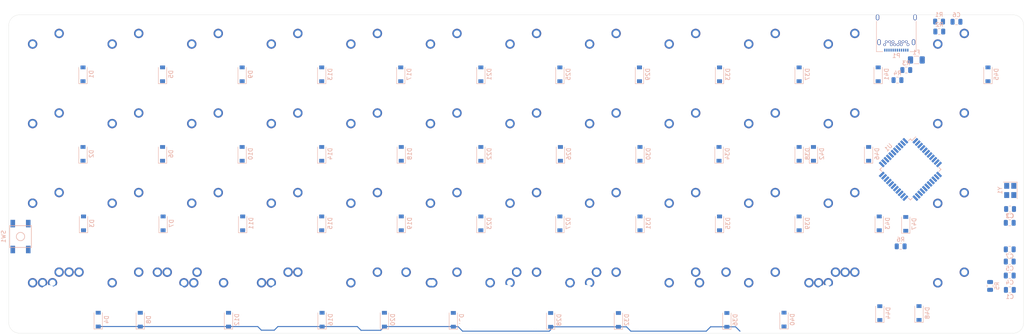
<source format=kicad_pcb>
(kicad_pcb (version 20171130) (host pcbnew 5.1.6-c6e7f7d~87~ubuntu20.04.1)
  (layers (0 F.Cu signal) (31 B.Cu signal) (34 B.Paste user) (35 F.Paste user) (36 B.SilkS user) (37 F.SilkS user) (38 B.Mask user) (39 F.Mask user) (44 Edge.Cuts user))
  (net 0 "")
  (net 1 GND)
  (net 2 +5V)
  (net 3 "Net-(C2-Pad2)")
  (net 4 "Net-(C3-Pad1)")
  (net 5 "Net-(C6-Pad1)")
  (net 6 "Net-(D1-Pad2)")
  (net 7 Row0)
  (net 8 "Net-(D2-Pad2)")
  (net 9 Row1)
  (net 10 "Net-(D3-Pad2)")
  (net 11 Row2)
  (net 12 "Net-(D4-Pad2)")
  (net 13 Row3)
  (net 14 "Net-(D5-Pad2)")
  (net 15 "Net-(D6-Pad2)")
  (net 16 "Net-(D7-Pad2)")
  (net 17 "Net-(D8-Pad2)")
  (net 18 "Net-(D9-Pad2)")
  (net 19 "Net-(D10-Pad2)")
  (net 20 "Net-(D11-Pad2)")
  (net 21 "Net-(D12-Pad2)")
  (net 22 "Net-(D13-Pad2)")
  (net 23 "Net-(D14-Pad2)")
  (net 24 "Net-(D15-Pad2)")
  (net 25 "Net-(D16-Pad2)")
  (net 26 "Net-(D17-Pad2)")
  (net 27 "Net-(D18-Pad2)")
  (net 28 "Net-(D19-Pad2)")
  (net 29 "Net-(D20-Pad2)")
  (net 30 "Net-(D21-Pad2)")
  (net 31 "Net-(D22-Pad2)")
  (net 32 "Net-(D23-Pad2)")
  (net 33 "Net-(D24-Pad2)")
  (net 34 "Net-(D25-Pad2)")
  (net 35 "Net-(D26-Pad2)")
  (net 36 "Net-(D27-Pad2)")
  (net 37 "Net-(D28-Pad2)")
  (net 38 "Net-(D29-Pad2)")
  (net 39 "Net-(D30-Pad2)")
  (net 40 "Net-(D31-Pad2)")
  (net 41 "Net-(D32-Pad2)")
  (net 42 "Net-(D33-Pad2)")
  (net 43 "Net-(D34-Pad2)")
  (net 44 "Net-(D35-Pad2)")
  (net 45 "Net-(D36-Pad2)")
  (net 46 "Net-(D37-Pad2)")
  (net 47 "Net-(D38-Pad2)")
  (net 48 "Net-(D39-Pad2)")
  (net 49 "Net-(D40-Pad2)")
  (net 50 "Net-(D41-Pad2)")
  (net 51 "Net-(D42-Pad2)")
  (net 52 "Net-(D43-Pad2)")
  (net 53 "Net-(D44-Pad2)")
  (net 54 "Net-(D45-Pad2)")
  (net 55 "Net-(D46-Pad2)")
  (net 56 "Net-(D47-Pad2)")
  (net 57 "Net-(D48-Pad2)")
  (net 58 "Net-(F1-Pad2)")
  (net 59 Col0)
  (net 60 Col1)
  (net 61 Col2)
  (net 62 Col3)
  (net 63 Col4)
  (net 64 Col5)
  (net 65 Col6)
  (net 66 Col7)
  (net 67 Col8)
  (net 68 Col9)
  (net 69 Col10)
  (net 70 Col11)
  (net 71 "Net-(P1-PadB8)")
  (net 72 "Net-(P1-PadB5)")
  (net 73 D-)
  (net 74 D+)
  (net 75 "Net-(P1-PadS1)")
  (net 76 "Net-(P1-PadA8)")
  (net 77 "Net-(P1-PadA5)")
  (net 78 "Net-(R3-Pad1)")
  (net 79 "Net-(R4-Pad1)")
  (net 80 "Net-(R5-Pad2)")
  (net 81 "Net-(R6-Pad2)")
  (net 82 "Net-(U1-Pad42)")
  (net 83 "Net-(U1-Pad41)")
  (net 84 "Net-(U1-Pad40)")
  (net 85 "Net-(U1-Pad39)")
  (net 86 "Net-(U1-Pad38)")
  (net 87 "Net-(U1-Pad37)")
  (net 88 "Net-(U1-Pad22)")
  (net 89 "Net-(U1-Pad20)")
  (net 90 "Net-(U1-Pad19)")
  (net 91 "Net-(U1-Pad11)")
  (net 92 "Net-(U1-Pad9)")
  (net 93 "Net-(U1-Pad8)")
  (net 94 "Net-(U1-Pad1)")
  (net 95 "Net-(U1-Pad36)")
  (net 96 "Net-(U1-Pad32)")
  (net 97 "Net-(U1-Pad31)")
  (net 98 "Net-(U1-Pad30)")
  (net 99 "Net-(U1-Pad29)")
  (net 100 "Net-(U1-Pad28)")
  (net 101 "Net-(U1-Pad27)")
  (net 102 "Net-(U1-Pad26)")
  (net 103 "Net-(U1-Pad25)")
  (net 104 "Net-(U1-Pad21)")
  (net 105 "Net-(U1-Pad18)")
  (net 106 "Net-(U1-Pad12)")
  (net 107 "Net-(U1-Pad10)")
  (module MX_Only:MXOnly-7U-ReversedStabilizers-NoLED (layer F.Cu) (at 119.0625 -9.5377)
    (fp_text reference REF**)
    (fp_text value 7U)
    (pad 2 thru_hole circle (at 2.54 -5.08) (size 2.25 2.25) (drill 1.47) (layers *.Cu B.Mask))
    (pad "" np_thru_hole circle (at 0 0) (size 3.9878 3.9878) (drill 3.9878) (layers *.Cu *.Mask))
    (pad 1 thru_hole circle (at -3.81 -2.54) (size 2.25 2.25) (drill 1.47) (layers *.Cu B.Mask))
    (pad "" np_thru_hole circle (at -5.08 0 48.0996) (size 1.75 1.75) (drill 1.75) (layers *.Cu *.Mask))
    (pad "" np_thru_hole circle (at 5.08 0 48.0996) (size 1.75 1.75) (drill 1.75) (layers *.Cu *.Mask))
    (pad "" np_thru_hole circle (at -57.15 6.985) (size 3.048 3.048) (drill 3.048) (layers *.Cu *.Mask))
    (pad "" np_thru_hole circle (at 57.15 6.985) (size 3.048 3.048) (drill 3.048) (layers *.Cu *.Mask))
    (pad "" np_thru_hole circle (at -57.15 -8.255) (size 3.9878 3.9878) (drill 3.9878) (layers *.Cu *.Mask))
    (pad "" np_thru_hole circle (at 57.15 -8.255) (size 3.9878 3.9878) (drill 3.9878) (layers *.Cu *.Mask))
  )
  (module MX_Only:MXOnly-2U-ReversedStabilizers-NoLED (layer F.Cu) (at 138.1887 -9.525)
    (fp_text reference REF**)
    (fp_text value 2U)
    (pad 2 thru_hole circle (at 2.54 -5.08) (size 2.25 2.25) (drill 1.47) (layers *.Cu B.Mask))
    (pad "" np_thru_hole circle (at 0 0) (size 3.9878 3.9878) (drill 3.9878) (layers *.Cu *.Mask))
    (pad 1 thru_hole circle (at -3.81 -2.54) (size 2.25 2.25) (drill 1.47) (layers *.Cu B.Mask))
    (pad "" np_thru_hole circle (at -5.08 0 48.0996) (size 1.75 1.75) (drill 1.75) (layers *.Cu *.Mask))
    (pad "" np_thru_hole circle (at 5.08 0 48.0996) (size 1.75 1.75) (drill 1.75) (layers *.Cu *.Mask))
    (pad "" np_thru_hole circle (at -11.90625 6.985) (size 3.048 3.048) (drill 3.048) (layers *.Cu *.Mask))
    (pad "" np_thru_hole circle (at 11.90625 6.985) (size 3.048 3.048) (drill 3.048) (layers *.Cu *.Mask))
    (pad "" np_thru_hole circle (at -11.90625 -8.255) (size 3.9878 3.9878) (drill 3.9878) (layers *.Cu *.Mask))
    (pad "" np_thru_hole circle (at 11.90625 -8.255) (size 3.9878 3.9878) (drill 3.9878) (layers *.Cu *.Mask))
  )
  (module MX_Only:MXOnly-2.25U-ReversedStabilizers-NoLED (layer B.Cu) (at 97.6757 -9.5123 180)
    (fp_text reference REF**)
    (fp_text value 2.25U)
    (pad 2 thru_hole circle (at 2.54 5.08 180) (size 2.25 2.25) (drill 1.47) (layers *.Cu F.Mask))
    (pad "" np_thru_hole circle (at 0 0 180) (size 3.9878 3.9878) (drill 3.9878) (layers *.Cu *.Mask))
    (pad 1 thru_hole circle (at -3.81 2.54 180) (size 2.25 2.25) (drill 1.47) (layers *.Cu F.Mask))
    (pad "" np_thru_hole circle (at -5.08 0 131.9004) (size 1.75 1.75) (drill 1.75) (layers *.Cu *.Mask))
    (pad "" np_thru_hole circle (at 5.08 0 131.9004) (size 1.75 1.75) (drill 1.75) (layers *.Cu *.Mask))
    (pad "" np_thru_hole circle (at -11.90625 -6.985 180) (size 3.048 3.048) (drill 3.048) (layers *.Cu *.Mask))
    (pad "" np_thru_hole circle (at 11.90625 -6.985 180) (size 3.048 3.048) (drill 3.048) (layers *.Cu *.Mask))
    (pad "" np_thru_hole circle (at -11.90625 8.255 180) (size 3.9878 3.9878) (drill 3.9878) (layers *.Cu *.Mask))
    (pad "" np_thru_hole circle (at 11.90625 8.255 180) (size 3.9878 3.9878) (drill 3.9878) (layers *.Cu *.Mask))
  )
  (module MX_Only:MXOnly-1U-NoLED (layer F.Cu) (at 195.4022 -9.525)
    (fp_text reference MX44)
    (fp_text value MX-NoLED)
    (pad 2 thru_hole circle (at 2.54 -5.08) (size 2.25 2.25) (drill 1.47) (layers *.Cu B.Mask) (net 53 "Net-(D44-Pad2)"))
    (pad "" np_thru_hole circle (at 0 0) (size 3.9878 3.9878) (drill 3.9878) (layers *.Cu *.Mask))
    (pad 1 thru_hole circle (at -3.81 -2.54) (size 2.25 2.25) (drill 1.47) (layers *.Cu B.Mask) (net 69 Col10))
    (pad "" np_thru_hole circle (at -5.08 0 48.0996) (size 1.75 1.75) (drill 1.75) (layers *.Cu *.Mask))
    (pad "" np_thru_hole circle (at 5.08 0 48.0996) (size 1.75 1.75) (drill 1.75) (layers *.Cu *.Mask))
  )
  (module MX_Only:MXOnly-1U-NoLED (layer F.Cu) (at 169.1894 -9.5377)
    (fp_text reference MX36)
    (fp_text value MX-NoLED)
    (pad "" np_thru_hole circle (at 5.08 0 48.0996) (size 1.75 1.75) (drill 1.75) (layers *.Cu *.Mask))
    (pad "" np_thru_hole circle (at -5.08 0 48.0996) (size 1.75 1.75) (drill 1.75) (layers *.Cu *.Mask))
    (pad 1 thru_hole circle (at -3.81 -2.54) (size 2.25 2.25) (drill 1.47) (layers *.Cu B.Mask) (net 67 Col8))
    (pad "" np_thru_hole circle (at 0 0) (size 3.9878 3.9878) (drill 3.9878) (layers *.Cu *.Mask))
    (pad 2 thru_hole circle (at 2.54 -5.08) (size 2.25 2.25) (drill 1.47) (layers *.Cu B.Mask) (net 45 "Net-(D36-Pad2)"))
  )
  (module MX_Only:MXOnly-1U-NoLED (layer F.Cu) (at 138.1887 -9.525)
    (fp_text reference MX32)
    (fp_text value MX-NoLED)
    (pad "" np_thru_hole circle (at 5.08 0 48.0996) (size 1.75 1.75) (drill 1.75) (layers *.Cu *.Mask))
    (pad "" np_thru_hole circle (at -5.08 0 48.0996) (size 1.75 1.75) (drill 1.75) (layers *.Cu *.Mask))
    (pad 1 thru_hole circle (at -3.81 -2.54) (size 2.25 2.25) (drill 1.47) (layers *.Cu B.Mask) (net 66 Col7))
    (pad "" np_thru_hole circle (at 0 0) (size 3.9878 3.9878) (drill 3.9878) (layers *.Cu *.Mask))
    (pad 2 thru_hole circle (at 2.54 -5.08) (size 2.25 2.25) (drill 1.47) (layers *.Cu B.Mask) (net 41 "Net-(D32-Pad2)"))
  )
  (module MX_Only:MXOnly-1U-NoLED (layer B.Cu) (at 97.6757 -9.525 180)
    (fp_text reference MX24)
    (fp_text value MX-NoLED)
    (pad "" np_thru_hole circle (at 5.08 0 131.9004) (size 1.75 1.75) (drill 1.75) (layers *.Cu *.Mask))
    (pad "" np_thru_hole circle (at -5.08 0 131.9004) (size 1.75 1.75) (drill 1.75) (layers *.Cu *.Mask))
    (pad 1 thru_hole circle (at -3.81 2.54 180) (size 2.25 2.25) (drill 1.47) (layers *.Cu F.Mask) (net 64 Col5))
    (pad "" np_thru_hole circle (at 0 0 180) (size 3.9878 3.9878) (drill 3.9878) (layers *.Cu *.Mask))
    (pad 2 thru_hole circle (at 2.54 5.08 180) (size 2.25 2.25) (drill 1.47) (layers *.Cu F.Mask) (net 33 "Net-(D24-Pad2)"))
  )
  (module MX_Only:MXOnly-1U-NoLED (layer F.Cu) (at 64.3382 -9.525)
    (fp_text reference MX16)
    (fp_text value MX-NoLED)
    (pad "" np_thru_hole circle (at 5.08 0 48.0996) (size 1.75 1.75) (drill 1.75) (layers *.Cu *.Mask))
    (pad "" np_thru_hole circle (at -5.08 0 48.0996) (size 1.75 1.75) (drill 1.75) (layers *.Cu *.Mask))
    (pad 1 thru_hole circle (at -3.81 -2.54) (size 2.25 2.25) (drill 1.47) (layers *.Cu B.Mask) (net 62 Col3))
    (pad "" np_thru_hole circle (at 0 0) (size 3.9878 3.9878) (drill 3.9878) (layers *.Cu *.Mask))
    (pad 2 thru_hole circle (at 2.54 -5.08) (size 2.25 2.25) (drill 1.47) (layers *.Cu B.Mask) (net 25 "Net-(D16-Pad2)"))
  )
  (module MX_Only:MXOnly-1U-NoLED (layer B.Cu) (at 38.1381 -9.5123 180)
    (fp_text reference MX12)
    (fp_text value MX-NoLED)
    (pad 2 thru_hole circle (at 2.54 5.08 180) (size 2.25 2.25) (drill 1.47) (layers *.Cu F.Mask) (net 21 "Net-(D12-Pad2)"))
    (pad "" np_thru_hole circle (at 0 0 180) (size 3.9878 3.9878) (drill 3.9878) (layers *.Cu *.Mask))
    (pad 1 thru_hole circle (at -3.81 2.54 180) (size 2.25 2.25) (drill 1.47) (layers *.Cu F.Mask) (net 61 Col2))
    (pad "" np_thru_hole circle (at -5.08 0 131.9004) (size 1.75 1.75) (drill 1.75) (layers *.Cu *.Mask))
    (pad "" np_thru_hole circle (at 5.08 0 131.9004) (size 1.75 1.75) (drill 1.75) (layers *.Cu *.Mask))
  )
  (module MX_Only:MXOnly-1U-NoLED (layer F.Cu) (at 11.9126 -9.5377)
    (fp_text reference MX4)
    (fp_text value MX-NoLED)
    (pad "" np_thru_hole circle (at 5.08 0 48.0996) (size 1.75 1.75) (drill 1.75) (layers *.Cu *.Mask))
    (pad "" np_thru_hole circle (at -5.08 0 48.0996) (size 1.75 1.75) (drill 1.75) (layers *.Cu *.Mask))
    (pad 1 thru_hole circle (at -3.81 -2.54) (size 2.25 2.25) (drill 1.47) (layers *.Cu B.Mask) (net 59 Col0))
    (pad "" np_thru_hole circle (at 0 0) (size 3.9878 3.9878) (drill 3.9878) (layers *.Cu *.Mask))
    (pad 2 thru_hole circle (at 2.54 -5.08) (size 2.25 2.25) (drill 1.47) (layers *.Cu B.Mask) (net 12 "Net-(D4-Pad2)"))
  )
  (module MX_Only:MXOnly-1U-NoLED (layer F.Cu) (at 197.7136 -9.5123)
    (fp_text reference MX44)
    (fp_text value MX-NoLED)
    (pad "" np_thru_hole circle (at 5.08 0 48.0996) (size 1.75 1.75) (drill 1.75) (layers *.Cu *.Mask))
    (pad "" np_thru_hole circle (at -5.08 0 48.0996) (size 1.75 1.75) (drill 1.75) (layers *.Cu *.Mask))
    (pad 1 thru_hole circle (at -3.81 -2.54) (size 2.25 2.25) (drill 1.47) (layers *.Cu B.Mask) (net 69 Col10))
    (pad "" np_thru_hole circle (at 0 0) (size 3.9878 3.9878) (drill 3.9878) (layers *.Cu *.Mask))
    (pad 2 thru_hole circle (at 2.54 -5.08) (size 2.25 2.25) (drill 1.47) (layers *.Cu B.Mask) (net 53 "Net-(D44-Pad2)"))
  )
  (module MX_Only:MXOnly-1U-NoLED (layer B.Cu) (at 40.4876 -9.5123 180)
    (fp_text reference MX12)
    (fp_text value MX-NoLED)
    (pad "" np_thru_hole circle (at 5.08 0 131.9004) (size 1.75 1.75) (drill 1.75) (layers *.Cu *.Mask))
    (pad "" np_thru_hole circle (at -5.08 0 131.9004) (size 1.75 1.75) (drill 1.75) (layers *.Cu *.Mask))
    (pad 1 thru_hole circle (at -3.81 2.54 180) (size 2.25 2.25) (drill 1.47) (layers *.Cu F.Mask) (net 61 Col2))
    (pad "" np_thru_hole circle (at 0 0 180) (size 3.9878 3.9878) (drill 3.9878) (layers *.Cu *.Mask))
    (pad 2 thru_hole circle (at 2.54 5.08 180) (size 2.25 2.25) (drill 1.47) (layers *.Cu F.Mask) (net 21 "Net-(D12-Pad2)"))
  )
  (module MX_Only:MXOnly-1U-NoLED (layer F.Cu) (at 119.0625 -9.5377)
    (fp_text reference MX28)
    (fp_text value MX-NoLED)
    (pad "" np_thru_hole circle (at 5.08 0 48.0996) (size 1.75 1.75) (drill 1.75) (layers *.Cu *.Mask))
    (pad "" np_thru_hole circle (at -5.08 0 48.0996) (size 1.75 1.75) (drill 1.75) (layers *.Cu *.Mask))
    (pad 1 thru_hole circle (at -3.81 -2.54) (size 2.25 2.25) (drill 1.47) (layers *.Cu B.Mask) (net 65 Col6))
    (pad "" np_thru_hole circle (at 0 0) (size 3.9878 3.9878) (drill 3.9878) (layers *.Cu *.Mask))
    (pad 2 thru_hole circle (at 2.54 -5.08) (size 2.25 2.25) (drill 1.47) (layers *.Cu B.Mask) (net 37 "Net-(D28-Pad2)"))
  )
  (module MX_Only:MXOnly-1U-NoLED (layer F.Cu) (at 14.2875 -9.525)
    (fp_text reference MX4)
    (fp_text value MX-NoLED)
    (pad "" np_thru_hole circle (at 5.08 0 48.0996) (size 1.75 1.75) (drill 1.75) (layers *.Cu *.Mask))
    (pad "" np_thru_hole circle (at -5.08 0 48.0996) (size 1.75 1.75) (drill 1.75) (layers *.Cu *.Mask))
    (pad 1 thru_hole circle (at -3.81 -2.54) (size 2.25 2.25) (drill 1.47) (layers *.Cu B.Mask) (net 59 Col0))
    (pad "" np_thru_hole circle (at 0 0) (size 3.9878 3.9878) (drill 3.9878) (layers *.Cu *.Mask))
    (pad 2 thru_hole circle (at 2.54 -5.08) (size 2.25 2.25) (drill 1.47) (layers *.Cu B.Mask) (net 12 "Net-(D4-Pad2)"))
  )
  (module Crystal:Crystal_SMD_3225-4Pin_3.2x2.5mm (layer B.Cu) (at 239.776 -34.163 270)
    (fp_text reference Y1 (at 0 2.45 270) (layer B.SilkS) (effects (justify mirror)))
    (fp_text value 16MHz)
    (pad 4 smd rect (at -1.1 0.85 270) (size 1.4 1.2) (layers B.Cu B.Paste B.Mask) (net 1 GND))
    (pad 3 smd rect (at 1.1 0.85 270) (size 1.4 1.2) (layers B.Cu B.Paste B.Mask) (net 4 "Net-(C3-Pad1)"))
    (pad 2 smd rect (at 1.1 -0.85 270) (size 1.4 1.2) (layers B.Cu B.Paste B.Mask) (net 1 GND))
    (pad 1 smd rect (at -1.1 -0.85 270) (size 1.4 1.2) (layers B.Cu B.Paste B.Mask) (net 3 "Net-(C2-Pad2)"))
  )
  (module Package_QFP:TQFP-44_10x10mm_P0.8mm (layer B.Cu) (at 215.8619 -39.1922 225)
    (fp_text reference U1 (at 0 7.45 45) (layer B.SilkS) (effects (justify mirror)))
    (fp_text value ATmega32U4-AU)
    (pad 44 smd rect (at -4 5.7 135) (size 1.5 0.55) (layers B.Cu B.Paste B.Mask) (net 2 +5V))
    (pad 43 smd rect (at -3.2 5.7 135) (size 1.5 0.55) (layers B.Cu B.Paste B.Mask) (net 1 GND))
    (pad 42 smd rect (at -2.4 5.7 135) (size 1.5 0.55) (layers B.Cu B.Paste B.Mask) (net 82 "Net-(U1-Pad42)"))
    (pad 41 smd rect (at -1.6 5.7 135) (size 1.5 0.55) (layers B.Cu B.Paste B.Mask) (net 83 "Net-(U1-Pad41)"))
    (pad 40 smd rect (at -0.8 5.7 135) (size 1.5 0.55) (layers B.Cu B.Paste B.Mask) (net 84 "Net-(U1-Pad40)"))
    (pad 39 smd rect (at 0 5.7 135) (size 1.5 0.55) (layers B.Cu B.Paste B.Mask) (net 85 "Net-(U1-Pad39)"))
    (pad 38 smd rect (at 0.8 5.7 135) (size 1.5 0.55) (layers B.Cu B.Paste B.Mask) (net 86 "Net-(U1-Pad38)"))
    (pad 37 smd rect (at 1.6 5.7 135) (size 1.5 0.55) (layers B.Cu B.Paste B.Mask) (net 87 "Net-(U1-Pad37)"))
    (pad 36 smd rect (at 2.4 5.7 135) (size 1.5 0.55) (layers B.Cu B.Paste B.Mask) (net 95 "Net-(U1-Pad36)"))
    (pad 35 smd rect (at 3.2 5.7 135) (size 1.5 0.55) (layers B.Cu B.Paste B.Mask) (net 1 GND))
    (pad 34 smd rect (at 4 5.7 135) (size 1.5 0.55) (layers B.Cu B.Paste B.Mask) (net 2 +5V))
    (pad 33 smd rect (at 5.7 4 225) (size 1.5 0.55) (layers B.Cu B.Paste B.Mask) (net 81 "Net-(R6-Pad2)"))
    (pad 32 smd rect (at 5.7 3.2 225) (size 1.5 0.55) (layers B.Cu B.Paste B.Mask) (net 96 "Net-(U1-Pad32)"))
    (pad 31 smd rect (at 5.7 2.4 225) (size 1.5 0.55) (layers B.Cu B.Paste B.Mask) (net 97 "Net-(U1-Pad31)"))
    (pad 30 smd rect (at 5.7 1.6 225) (size 1.5 0.55) (layers B.Cu B.Paste B.Mask) (net 98 "Net-(U1-Pad30)"))
    (pad 29 smd rect (at 5.7 0.8 225) (size 1.5 0.55) (layers B.Cu B.Paste B.Mask) (net 99 "Net-(U1-Pad29)"))
    (pad 28 smd rect (at 5.7 0 225) (size 1.5 0.55) (layers B.Cu B.Paste B.Mask) (net 100 "Net-(U1-Pad28)"))
    (pad 27 smd rect (at 5.7 -0.8 225) (size 1.5 0.55) (layers B.Cu B.Paste B.Mask) (net 101 "Net-(U1-Pad27)"))
    (pad 26 smd rect (at 5.7 -1.6 225) (size 1.5 0.55) (layers B.Cu B.Paste B.Mask) (net 102 "Net-(U1-Pad26)"))
    (pad 25 smd rect (at 5.7 -2.4 225) (size 1.5 0.55) (layers B.Cu B.Paste B.Mask) (net 103 "Net-(U1-Pad25)"))
    (pad 24 smd rect (at 5.7 -3.2 225) (size 1.5 0.55) (layers B.Cu B.Paste B.Mask) (net 2 +5V))
    (pad 23 smd rect (at 5.7 -4 225) (size 1.5 0.55) (layers B.Cu B.Paste B.Mask) (net 1 GND))
    (pad 22 smd rect (at 4 -5.7 135) (size 1.5 0.55) (layers B.Cu B.Paste B.Mask) (net 88 "Net-(U1-Pad22)"))
    (pad 21 smd rect (at 3.2 -5.7 135) (size 1.5 0.55) (layers B.Cu B.Paste B.Mask) (net 104 "Net-(U1-Pad21)"))
    (pad 20 smd rect (at 2.4 -5.7 135) (size 1.5 0.55) (layers B.Cu B.Paste B.Mask) (net 89 "Net-(U1-Pad20)"))
    (pad 19 smd rect (at 1.6 -5.7 135) (size 1.5 0.55) (layers B.Cu B.Paste B.Mask) (net 90 "Net-(U1-Pad19)"))
    (pad 18 smd rect (at 0.8 -5.7 135) (size 1.5 0.55) (layers B.Cu B.Paste B.Mask) (net 105 "Net-(U1-Pad18)"))
    (pad 17 smd rect (at 0 -5.7 135) (size 1.5 0.55) (layers B.Cu B.Paste B.Mask) (net 3 "Net-(C2-Pad2)"))
    (pad 16 smd rect (at -0.8 -5.7 135) (size 1.5 0.55) (layers B.Cu B.Paste B.Mask) (net 4 "Net-(C3-Pad1)"))
    (pad 15 smd rect (at -1.6 -5.7 135) (size 1.5 0.55) (layers B.Cu B.Paste B.Mask) (net 1 GND))
    (pad 14 smd rect (at -2.4 -5.7 135) (size 1.5 0.55) (layers B.Cu B.Paste B.Mask) (net 2 +5V))
    (pad 13 smd rect (at -3.2 -5.7 135) (size 1.5 0.55) (layers B.Cu B.Paste B.Mask) (net 80 "Net-(R5-Pad2)"))
    (pad 12 smd rect (at -4 -5.7 135) (size 1.5 0.55) (layers B.Cu B.Paste B.Mask) (net 106 "Net-(U1-Pad12)"))
    (pad 11 smd rect (at -5.7 -4 225) (size 1.5 0.55) (layers B.Cu B.Paste B.Mask) (net 91 "Net-(U1-Pad11)"))
    (pad 10 smd rect (at -5.7 -3.2 225) (size 1.5 0.55) (layers B.Cu B.Paste B.Mask) (net 107 "Net-(U1-Pad10)"))
    (pad 9 smd rect (at -5.7 -2.4 225) (size 1.5 0.55) (layers B.Cu B.Paste B.Mask) (net 92 "Net-(U1-Pad9)"))
    (pad 8 smd rect (at -5.7 -1.6 225) (size 1.5 0.55) (layers B.Cu B.Paste B.Mask) (net 93 "Net-(U1-Pad8)"))
    (pad 7 smd rect (at -5.7 -0.8 225) (size 1.5 0.55) (layers B.Cu B.Paste B.Mask) (net 2 +5V))
    (pad 6 smd rect (at -5.7 0 225) (size 1.5 0.55) (layers B.Cu B.Paste B.Mask) (net 5 "Net-(C6-Pad1)"))
    (pad 5 smd rect (at -5.7 0.8 225) (size 1.5 0.55) (layers B.Cu B.Paste B.Mask) (net 1 GND))
    (pad 4 smd rect (at -5.7 1.6 225) (size 1.5 0.55) (layers B.Cu B.Paste B.Mask) (net 79 "Net-(R4-Pad1)"))
    (pad 3 smd rect (at -5.7 2.4 225) (size 1.5 0.55) (layers B.Cu B.Paste B.Mask) (net 78 "Net-(R3-Pad1)"))
    (pad 2 smd rect (at -5.7 3.2 225) (size 1.5 0.55) (layers B.Cu B.Paste B.Mask) (net 2 +5V))
    (pad 1 smd rect (at -5.7 4 225) (size 1.5 0.55) (layers B.Cu B.Paste B.Mask) (net 94 "Net-(U1-Pad1)"))
  )
  (module random-keyboard-parts:SKQG-1155865 (layer B.Cu) (at 2.8194 -23.1267 90)
    (fp_text reference SW1 (at 0 -4.064 90) (layer B.SilkS) (effects (justify mirror)))
    (fp_text value SW_Push)
    (pad 4 smd rect (at -3.1 -1.85 90) (size 1.8 1.1) (layers B.Cu B.Paste B.Mask))
    (pad 3 smd rect (at 3.1 1.85 90) (size 1.8 1.1) (layers B.Cu B.Paste B.Mask))
    (pad 2 smd rect (at -3.1 1.85 90) (size 1.8 1.1) (layers B.Cu B.Paste B.Mask) (net 80 "Net-(R5-Pad2)"))
    (pad 1 smd rect (at 3.1 -1.85 90) (size 1.8 1.1) (layers B.Cu B.Paste B.Mask) (net 1 GND))
  )
  (module Resistor_SMD:R_0805_2012Metric (layer B.Cu) (at 213.5378 -20.7772 180)
    (fp_text reference R6 (at 0 1.65) (layer B.SilkS) (effects (justify mirror)))
    (fp_text value 10k)
    (pad 2 smd roundrect (at 0.9375 0 180) (size 0.975 1.4) (layers B.Cu B.Paste B.Mask) (net 81 "Net-(R6-Pad2)"))
    (pad 1 smd roundrect (at -0.9375 0 180) (size 0.975 1.4) (layers B.Cu B.Paste B.Mask) (net 1 GND))
  )
  (module Resistor_SMD:R_0805_2012Metric (layer B.Cu) (at 234.95 -11.303 90)
    (fp_text reference R5 (at 0 1.65 270) (layer B.SilkS) (effects (justify mirror)))
    (fp_text value 10k)
    (pad 2 smd roundrect (at 0.9375 0 90) (size 0.975 1.4) (layers B.Cu B.Paste B.Mask) (net 80 "Net-(R5-Pad2)"))
    (pad 1 smd roundrect (at -0.9375 0 90) (size 0.975 1.4) (layers B.Cu B.Paste B.Mask) (net 2 +5V))
  )
  (module Resistor_SMD:R_0805_2012Metric (layer B.Cu) (at 212.7735 -60.579 180)
    (fp_text reference R4 (at 0 1.65 180) (layer B.SilkS) (effects (justify mirror)))
    (fp_text value 22)
    (pad 2 smd roundrect (at 0.9375 0 180) (size 0.975 1.4) (layers B.Cu B.Paste B.Mask) (net 74 D+))
    (pad 1 smd roundrect (at -0.9375 0 180) (size 0.975 1.4) (layers B.Cu B.Paste B.Mask) (net 79 "Net-(R4-Pad1)"))
  )
  (module Resistor_SMD:R_0805_2012Metric (layer B.Cu) (at 214.884 -62.992 180)
    (fp_text reference R3 (at 0 1.65) (layer B.SilkS) (effects (justify mirror)))
    (fp_text value 22)
    (pad 2 smd roundrect (at 0.9375 0 180) (size 0.975 1.4) (layers B.Cu B.Paste B.Mask) (net 73 D-))
    (pad 1 smd roundrect (at -0.9375 0 180) (size 0.975 1.4) (layers B.Cu B.Paste B.Mask) (net 78 "Net-(R3-Pad1)"))
  )
  (module Resistor_SMD:R_0805_2012Metric (layer B.Cu) (at 222.7834 -72.2122 180)
    (fp_text reference R2 (at 0 1.65) (layer B.SilkS) (effects (justify mirror)))
    (fp_text value 5.1k)
    (pad 2 smd roundrect (at 0.9375 0 180) (size 0.975 1.4) (layers B.Cu B.Paste B.Mask) (net 72 "Net-(P1-PadB5)"))
    (pad 1 smd roundrect (at -0.9375 0 180) (size 0.975 1.4) (layers B.Cu B.Paste B.Mask) (net 1 GND))
  )
  (module Resistor_SMD:R_0805_2012Metric (layer B.Cu) (at 222.7326 -74.5998 180)
    (fp_text reference R1 (at 0 1.65) (layer B.SilkS) (effects (justify mirror)))
    (fp_text value 5.1k)
    (pad 2 smd roundrect (at 0.9375 0 180) (size 0.975 1.4) (layers B.Cu B.Paste B.Mask) (net 77 "Net-(P1-PadA5)"))
    (pad 1 smd roundrect (at -0.9375 0 180) (size 0.975 1.4) (layers B.Cu B.Paste B.Mask) (net 1 GND))
  )
  (module Connector_USB:USB_C_Receptacle_Amphenol_12401548E4-2A (layer B.Cu) (at 212.4964 -72.771)
    (fp_text reference P1 (at 0 6.36) (layer B.SilkS) (effects (justify mirror)))
    (fp_text value USB_C_Receptacle_USB2.0)
    (pad B11 thru_hole circle (at -2.4 3.01) (size 0.65 0.65) (drill 0.4) (layers *.Cu *.Mask))
    (pad B10 thru_hole circle (at -1.6 3.01) (size 0.65 0.65) (drill 0.4) (layers *.Cu *.Mask))
    (pad B8 thru_hole circle (at -0.8 3.01) (size 0.65 0.65) (drill 0.4) (layers *.Cu *.Mask) (net 71 "Net-(P1-PadB8)"))
    (pad B5 thru_hole circle (at 0.8 3.01) (size 0.65 0.65) (drill 0.4) (layers *.Cu *.Mask) (net 72 "Net-(P1-PadB5)"))
    (pad B3 thru_hole circle (at 1.6 3.01) (size 0.65 0.65) (drill 0.4) (layers *.Cu *.Mask))
    (pad B2 thru_hole circle (at 2.4 3.01) (size 0.65 0.65) (drill 0.4) (layers *.Cu *.Mask))
    (pad B12 thru_hole circle (at -2.8 3.71) (size 0.65 0.65) (drill 0.4) (layers *.Cu *.Mask) (net 1 GND))
    (pad B9 thru_hole circle (at -1.2 3.71) (size 0.65 0.65) (drill 0.4) (layers *.Cu *.Mask) (net 58 "Net-(F1-Pad2)"))
    (pad B7 thru_hole circle (at -0.4 3.71) (size 0.65 0.65) (drill 0.4) (layers *.Cu *.Mask) (net 73 D-))
    (pad B6 thru_hole circle (at 0.4 3.71) (size 0.65 0.65) (drill 0.4) (layers *.Cu *.Mask) (net 74 D+))
    (pad B4 thru_hole circle (at 1.2 3.71) (size 0.65 0.65) (drill 0.4) (layers *.Cu *.Mask) (net 58 "Net-(F1-Pad2)"))
    (pad B1 thru_hole circle (at 2.8 3.71) (size 0.65 0.65) (drill 0.4) (layers *.Cu *.Mask) (net 1 GND))
    (pad "" np_thru_hole circle (at -3.6 4.36) (size 0.65 0.65) (drill 0.65) (layers *.Cu *.Mask))
    (pad "" np_thru_hole oval (at 3.6 4.36) (size 0.95 0.65) (drill oval 0.95 0.65) (layers *.Cu *.Mask))
    (pad S1 thru_hole oval (at -4.49 -2.84) (size 0.8 1.4) (drill oval 0.5 1.1) (layers *.Cu *.Mask) (net 75 "Net-(P1-PadS1)"))
    (pad S1 thru_hole oval (at 4.49 -2.84) (size 0.8 1.4) (drill oval 0.5 1.1) (layers *.Cu *.Mask) (net 75 "Net-(P1-PadS1)"))
    (pad S1 thru_hole oval (at 4.13 3.11) (size 0.8 1.4) (drill oval 0.5 1.1) (layers *.Cu *.Mask) (net 75 "Net-(P1-PadS1)"))
    (pad A11 smd rect (at 2.25 5.02) (size 0.3 0.7) (layers B.Cu B.Paste B.Mask))
    (pad A8 smd rect (at 0.75 5.02) (size 0.3 0.7) (layers B.Cu B.Paste B.Mask) (net 76 "Net-(P1-PadA8)"))
    (pad A9 smd rect (at 1.25 5.02) (size 0.3 0.7) (layers B.Cu B.Paste B.Mask) (net 58 "Net-(F1-Pad2)"))
    (pad A10 smd rect (at 1.75 5.02) (size 0.3 0.7) (layers B.Cu B.Paste B.Mask))
    (pad A12 smd rect (at 2.75 5.02) (size 0.3 0.7) (layers B.Cu B.Paste B.Mask) (net 1 GND))
    (pad A7 smd rect (at 0.25 5.02) (size 0.3 0.7) (layers B.Cu B.Paste B.Mask) (net 73 D-))
    (pad A6 smd rect (at -0.25 5.02) (size 0.3 0.7) (layers B.Cu B.Paste B.Mask) (net 74 D+))
    (pad A5 smd rect (at -0.75 5.02) (size 0.3 0.7) (layers B.Cu B.Paste B.Mask) (net 77 "Net-(P1-PadA5)"))
    (pad A4 smd rect (at -1.25 5.02) (size 0.3 0.7) (layers B.Cu B.Paste B.Mask) (net 58 "Net-(F1-Pad2)"))
    (pad A3 smd rect (at -1.75 5.02) (size 0.3 0.7) (layers B.Cu B.Paste B.Mask))
    (pad A2 smd rect (at -2.25 5.02) (size 0.3 0.7) (layers B.Cu B.Paste B.Mask))
    (pad A1 smd rect (at -2.75 5.02) (size 0.3 0.7) (layers B.Cu B.Paste B.Mask) (net 1 GND))
    (pad S1 thru_hole oval (at -4.13 3.11) (size 0.8 1.4) (drill oval 0.5 1.1) (layers *.Cu *.Mask) (net 75 "Net-(P1-PadS1)"))
  )
  (module MX_Only:MXOnly-1.75U-NoLED (layer F.Cu) (at 226.2378 -9.5123)
    (fp_text reference MX48)
    (fp_text value MX-NoLED)
    (pad 2 thru_hole circle (at 2.54 -5.08) (size 2.25 2.25) (drill 1.47) (layers *.Cu B.Mask) (net 57 "Net-(D48-Pad2)"))
    (pad "" np_thru_hole circle (at 0 0) (size 3.9878 3.9878) (drill 3.9878) (layers *.Cu *.Mask))
    (pad 1 thru_hole circle (at -3.81 -2.54) (size 2.25 2.25) (drill 1.47) (layers *.Cu B.Mask) (net 70 Col11))
    (pad "" np_thru_hole circle (at -5.08 0 48.0996) (size 1.75 1.75) (drill 1.75) (layers *.Cu *.Mask))
    (pad "" np_thru_hole circle (at 5.08 0 48.0996) (size 1.75 1.75) (drill 1.75) (layers *.Cu *.Mask))
  )
  (module MX_Only:MXOnly-1.75U-NoLED (layer F.Cu) (at 226.2251 -28.5369)
    (fp_text reference MX47)
    (fp_text value MX-NoLED)
    (pad 2 thru_hole circle (at 2.54 -5.08) (size 2.25 2.25) (drill 1.47) (layers *.Cu B.Mask) (net 56 "Net-(D47-Pad2)"))
    (pad "" np_thru_hole circle (at 0 0) (size 3.9878 3.9878) (drill 3.9878) (layers *.Cu *.Mask))
    (pad 1 thru_hole circle (at -3.81 -2.54) (size 2.25 2.25) (drill 1.47) (layers *.Cu B.Mask) (net 70 Col11))
    (pad "" np_thru_hole circle (at -5.08 0 48.0996) (size 1.75 1.75) (drill 1.75) (layers *.Cu *.Mask))
    (pad "" np_thru_hole circle (at 5.08 0 48.0996) (size 1.75 1.75) (drill 1.75) (layers *.Cu *.Mask))
  )
  (module MX_Only:MXOnly-1.75U-NoLED (layer F.Cu) (at 226.2378 -47.625)
    (fp_text reference MX46)
    (fp_text value MX-NoLED)
    (pad 2 thru_hole circle (at 2.54 -5.08) (size 2.25 2.25) (drill 1.47) (layers *.Cu B.Mask) (net 55 "Net-(D46-Pad2)"))
    (pad "" np_thru_hole circle (at 0 0) (size 3.9878 3.9878) (drill 3.9878) (layers *.Cu *.Mask))
    (pad 1 thru_hole circle (at -3.81 -2.54) (size 2.25 2.25) (drill 1.47) (layers *.Cu B.Mask) (net 70 Col11))
    (pad "" np_thru_hole circle (at -5.08 0 48.0996) (size 1.75 1.75) (drill 1.75) (layers *.Cu *.Mask))
    (pad "" np_thru_hole circle (at 5.08 0 48.0996) (size 1.75 1.75) (drill 1.75) (layers *.Cu *.Mask))
  )
  (module MX_Only:MXOnly-1.75U-NoLED (layer F.Cu) (at 226.2378 -66.675)
    (fp_text reference MX45)
    (fp_text value MX-NoLED)
    (pad 2 thru_hole circle (at 2.54 -5.08) (size 2.25 2.25) (drill 1.47) (layers *.Cu B.Mask) (net 54 "Net-(D45-Pad2)"))
    (pad "" np_thru_hole circle (at 0 0) (size 3.9878 3.9878) (drill 3.9878) (layers *.Cu *.Mask))
    (pad 1 thru_hole circle (at -3.81 -2.54) (size 2.25 2.25) (drill 1.47) (layers *.Cu B.Mask) (net 70 Col11))
    (pad "" np_thru_hole circle (at -5.08 0 48.0996) (size 1.75 1.75) (drill 1.75) (layers *.Cu *.Mask))
    (pad "" np_thru_hole circle (at 5.08 0 48.0996) (size 1.75 1.75) (drill 1.75) (layers *.Cu *.Mask))
  )
  (module MX_Only:MXOnly-1U-NoLED (layer F.Cu) (at 200.025 -9.525)
    (fp_text reference MX44)
    (fp_text value MX-NoLED)
    (pad 2 thru_hole circle (at 2.54 -5.08) (size 2.25 2.25) (drill 1.47) (layers *.Cu B.Mask) (net 53 "Net-(D44-Pad2)"))
    (pad "" np_thru_hole circle (at 0 0) (size 3.9878 3.9878) (drill 3.9878) (layers *.Cu *.Mask))
    (pad 1 thru_hole circle (at -3.81 -2.54) (size 2.25 2.25) (drill 1.47) (layers *.Cu B.Mask) (net 69 Col10))
    (pad "" np_thru_hole circle (at -5.08 0 48.0996) (size 1.75 1.75) (drill 1.75) (layers *.Cu *.Mask))
    (pad "" np_thru_hole circle (at 5.08 0 48.0996) (size 1.75 1.75) (drill 1.75) (layers *.Cu *.Mask))
  )
  (module MX_Only:MXOnly-1U-NoLED (layer F.Cu) (at 200.025 -28.575)
    (fp_text reference MX43)
    (fp_text value MX-NoLED)
    (pad 2 thru_hole circle (at 2.54 -5.08) (size 2.25 2.25) (drill 1.47) (layers *.Cu B.Mask) (net 52 "Net-(D43-Pad2)"))
    (pad "" np_thru_hole circle (at 0 0) (size 3.9878 3.9878) (drill 3.9878) (layers *.Cu *.Mask))
    (pad 1 thru_hole circle (at -3.81 -2.54) (size 2.25 2.25) (drill 1.47) (layers *.Cu B.Mask) (net 69 Col10))
    (pad "" np_thru_hole circle (at -5.08 0 48.0996) (size 1.75 1.75) (drill 1.75) (layers *.Cu *.Mask))
    (pad "" np_thru_hole circle (at 5.08 0 48.0996) (size 1.75 1.75) (drill 1.75) (layers *.Cu *.Mask))
  )
  (module MX_Only:MXOnly-1U-NoLED (layer F.Cu) (at 200.025 -47.625)
    (fp_text reference MX42)
    (fp_text value MX-NoLED)
    (pad 2 thru_hole circle (at 2.54 -5.08) (size 2.25 2.25) (drill 1.47) (layers *.Cu B.Mask) (net 51 "Net-(D42-Pad2)"))
    (pad "" np_thru_hole circle (at 0 0) (size 3.9878 3.9878) (drill 3.9878) (layers *.Cu *.Mask))
    (pad 1 thru_hole circle (at -3.81 -2.54) (size 2.25 2.25) (drill 1.47) (layers *.Cu B.Mask) (net 69 Col10))
    (pad "" np_thru_hole circle (at -5.08 0 48.0996) (size 1.75 1.75) (drill 1.75) (layers *.Cu *.Mask))
    (pad "" np_thru_hole circle (at 5.08 0 48.0996) (size 1.75 1.75) (drill 1.75) (layers *.Cu *.Mask))
  )
  (module MX_Only:MXOnly-1U-NoLED (layer F.Cu) (at 200.025 -66.675)
    (fp_text reference MX41)
    (fp_text value MX-NoLED)
    (pad 2 thru_hole circle (at 2.54 -5.08) (size 2.25 2.25) (drill 1.47) (layers *.Cu B.Mask) (net 50 "Net-(D41-Pad2)"))
    (pad "" np_thru_hole circle (at 0 0) (size 3.9878 3.9878) (drill 3.9878) (layers *.Cu *.Mask))
    (pad 1 thru_hole circle (at -3.81 -2.54) (size 2.25 2.25) (drill 1.47) (layers *.Cu B.Mask) (net 69 Col10))
    (pad "" np_thru_hole circle (at -5.08 0 48.0996) (size 1.75 1.75) (drill 1.75) (layers *.Cu *.Mask))
    (pad "" np_thru_hole circle (at 5.08 0 48.0996) (size 1.75 1.75) (drill 1.75) (layers *.Cu *.Mask))
  )
  (module MX_Only:MXOnly-1U-NoLED (layer F.Cu) (at 180.975 -9.525)
    (fp_text reference MX40)
    (fp_text value MX-NoLED)
    (pad 2 thru_hole circle (at 2.54 -5.08) (size 2.25 2.25) (drill 1.47) (layers *.Cu B.Mask) (net 49 "Net-(D40-Pad2)"))
    (pad "" np_thru_hole circle (at 0 0) (size 3.9878 3.9878) (drill 3.9878) (layers *.Cu *.Mask))
    (pad 1 thru_hole circle (at -3.81 -2.54) (size 2.25 2.25) (drill 1.47) (layers *.Cu B.Mask) (net 68 Col9))
    (pad "" np_thru_hole circle (at -5.08 0 48.0996) (size 1.75 1.75) (drill 1.75) (layers *.Cu *.Mask))
    (pad "" np_thru_hole circle (at 5.08 0 48.0996) (size 1.75 1.75) (drill 1.75) (layers *.Cu *.Mask))
  )
  (module MX_Only:MXOnly-1U-NoLED (layer F.Cu) (at 180.975 -28.575)
    (fp_text reference MX39)
    (fp_text value MX-NoLED)
    (pad 2 thru_hole circle (at 2.54 -5.08) (size 2.25 2.25) (drill 1.47) (layers *.Cu B.Mask) (net 48 "Net-(D39-Pad2)"))
    (pad "" np_thru_hole circle (at 0 0) (size 3.9878 3.9878) (drill 3.9878) (layers *.Cu *.Mask))
    (pad 1 thru_hole circle (at -3.81 -2.54) (size 2.25 2.25) (drill 1.47) (layers *.Cu B.Mask) (net 68 Col9))
    (pad "" np_thru_hole circle (at -5.08 0 48.0996) (size 1.75 1.75) (drill 1.75) (layers *.Cu *.Mask))
    (pad "" np_thru_hole circle (at 5.08 0 48.0996) (size 1.75 1.75) (drill 1.75) (layers *.Cu *.Mask))
  )
  (module MX_Only:MXOnly-1U-NoLED (layer F.Cu) (at 180.975 -47.625)
    (fp_text reference MX38)
    (fp_text value MX-NoLED)
    (pad 2 thru_hole circle (at 2.54 -5.08) (size 2.25 2.25) (drill 1.47) (layers *.Cu B.Mask) (net 47 "Net-(D38-Pad2)"))
    (pad "" np_thru_hole circle (at 0 0) (size 3.9878 3.9878) (drill 3.9878) (layers *.Cu *.Mask))
    (pad 1 thru_hole circle (at -3.81 -2.54) (size 2.25 2.25) (drill 1.47) (layers *.Cu B.Mask) (net 68 Col9))
    (pad "" np_thru_hole circle (at -5.08 0 48.0996) (size 1.75 1.75) (drill 1.75) (layers *.Cu *.Mask))
    (pad "" np_thru_hole circle (at 5.08 0 48.0996) (size 1.75 1.75) (drill 1.75) (layers *.Cu *.Mask))
  )
  (module MX_Only:MXOnly-1U-NoLED (layer F.Cu) (at 180.975 -66.675)
    (fp_text reference MX37)
    (fp_text value MX-NoLED)
    (pad 2 thru_hole circle (at 2.54 -5.08) (size 2.25 2.25) (drill 1.47) (layers *.Cu B.Mask) (net 46 "Net-(D37-Pad2)"))
    (pad "" np_thru_hole circle (at 0 0) (size 3.9878 3.9878) (drill 3.9878) (layers *.Cu *.Mask))
    (pad 1 thru_hole circle (at -3.81 -2.54) (size 2.25 2.25) (drill 1.47) (layers *.Cu B.Mask) (net 68 Col9))
    (pad "" np_thru_hole circle (at -5.08 0 48.0996) (size 1.75 1.75) (drill 1.75) (layers *.Cu *.Mask))
    (pad "" np_thru_hole circle (at 5.08 0 48.0996) (size 1.75 1.75) (drill 1.75) (layers *.Cu *.Mask))
  )
  (module MX_Only:MXOnly-1U-NoLED (layer F.Cu) (at 161.925 -9.525)
    (fp_text reference MX36)
    (fp_text value MX-NoLED)
    (pad 2 thru_hole circle (at 2.54 -5.08) (size 2.25 2.25) (drill 1.47) (layers *.Cu B.Mask) (net 45 "Net-(D36-Pad2)"))
    (pad "" np_thru_hole circle (at 0 0) (size 3.9878 3.9878) (drill 3.9878) (layers *.Cu *.Mask))
    (pad 1 thru_hole circle (at -3.81 -2.54) (size 2.25 2.25) (drill 1.47) (layers *.Cu B.Mask) (net 67 Col8))
    (pad "" np_thru_hole circle (at -5.08 0 48.0996) (size 1.75 1.75) (drill 1.75) (layers *.Cu *.Mask))
    (pad "" np_thru_hole circle (at 5.08 0 48.0996) (size 1.75 1.75) (drill 1.75) (layers *.Cu *.Mask))
  )
  (module MX_Only:MXOnly-1U-NoLED (layer F.Cu) (at 161.925 -28.575)
    (fp_text reference MX35)
    (fp_text value MX-NoLED)
    (pad 2 thru_hole circle (at 2.54 -5.08) (size 2.25 2.25) (drill 1.47) (layers *.Cu B.Mask) (net 44 "Net-(D35-Pad2)"))
    (pad "" np_thru_hole circle (at 0 0) (size 3.9878 3.9878) (drill 3.9878) (layers *.Cu *.Mask))
    (pad 1 thru_hole circle (at -3.81 -2.54) (size 2.25 2.25) (drill 1.47) (layers *.Cu B.Mask) (net 67 Col8))
    (pad "" np_thru_hole circle (at -5.08 0 48.0996) (size 1.75 1.75) (drill 1.75) (layers *.Cu *.Mask))
    (pad "" np_thru_hole circle (at 5.08 0 48.0996) (size 1.75 1.75) (drill 1.75) (layers *.Cu *.Mask))
  )
  (module MX_Only:MXOnly-1U-NoLED (layer F.Cu) (at 161.925 -47.625)
    (fp_text reference MX34)
    (fp_text value MX-NoLED)
    (pad 2 thru_hole circle (at 2.54 -5.08) (size 2.25 2.25) (drill 1.47) (layers *.Cu B.Mask) (net 43 "Net-(D34-Pad2)"))
    (pad "" np_thru_hole circle (at 0 0) (size 3.9878 3.9878) (drill 3.9878) (layers *.Cu *.Mask))
    (pad 1 thru_hole circle (at -3.81 -2.54) (size 2.25 2.25) (drill 1.47) (layers *.Cu B.Mask) (net 67 Col8))
    (pad "" np_thru_hole circle (at -5.08 0 48.0996) (size 1.75 1.75) (drill 1.75) (layers *.Cu *.Mask))
    (pad "" np_thru_hole circle (at 5.08 0 48.0996) (size 1.75 1.75) (drill 1.75) (layers *.Cu *.Mask))
  )
  (module MX_Only:MXOnly-1U-NoLED (layer F.Cu) (at 161.925 -66.675)
    (fp_text reference MX33)
    (fp_text value MX-NoLED)
    (pad 2 thru_hole circle (at 2.54 -5.08) (size 2.25 2.25) (drill 1.47) (layers *.Cu B.Mask) (net 42 "Net-(D33-Pad2)"))
    (pad "" np_thru_hole circle (at 0 0) (size 3.9878 3.9878) (drill 3.9878) (layers *.Cu *.Mask))
    (pad 1 thru_hole circle (at -3.81 -2.54) (size 2.25 2.25) (drill 1.47) (layers *.Cu B.Mask) (net 67 Col8))
    (pad "" np_thru_hole circle (at -5.08 0 48.0996) (size 1.75 1.75) (drill 1.75) (layers *.Cu *.Mask))
    (pad "" np_thru_hole circle (at 5.08 0 48.0996) (size 1.75 1.75) (drill 1.75) (layers *.Cu *.Mask))
  )
  (module MX_Only:MXOnly-1U-NoLED (layer F.Cu) (at 142.875 -9.525)
    (fp_text reference MX32)
    (fp_text value MX-NoLED)
    (pad 2 thru_hole circle (at 2.54 -5.08) (size 2.25 2.25) (drill 1.47) (layers *.Cu B.Mask) (net 41 "Net-(D32-Pad2)"))
    (pad "" np_thru_hole circle (at 0 0) (size 3.9878 3.9878) (drill 3.9878) (layers *.Cu *.Mask))
    (pad 1 thru_hole circle (at -3.81 -2.54) (size 2.25 2.25) (drill 1.47) (layers *.Cu B.Mask) (net 66 Col7))
    (pad "" np_thru_hole circle (at -5.08 0 48.0996) (size 1.75 1.75) (drill 1.75) (layers *.Cu *.Mask))
    (pad "" np_thru_hole circle (at 5.08 0 48.0996) (size 1.75 1.75) (drill 1.75) (layers *.Cu *.Mask))
  )
  (module MX_Only:MXOnly-1U-NoLED (layer F.Cu) (at 142.875 -28.575)
    (fp_text reference MX31)
    (fp_text value MX-NoLED)
    (pad 2 thru_hole circle (at 2.54 -5.08) (size 2.25 2.25) (drill 1.47) (layers *.Cu B.Mask) (net 40 "Net-(D31-Pad2)"))
    (pad "" np_thru_hole circle (at 0 0) (size 3.9878 3.9878) (drill 3.9878) (layers *.Cu *.Mask))
    (pad 1 thru_hole circle (at -3.81 -2.54) (size 2.25 2.25) (drill 1.47) (layers *.Cu B.Mask) (net 66 Col7))
    (pad "" np_thru_hole circle (at -5.08 0 48.0996) (size 1.75 1.75) (drill 1.75) (layers *.Cu *.Mask))
    (pad "" np_thru_hole circle (at 5.08 0 48.0996) (size 1.75 1.75) (drill 1.75) (layers *.Cu *.Mask))
  )
  (module MX_Only:MXOnly-1U-NoLED (layer F.Cu) (at 142.875 -47.625)
    (fp_text reference MX30)
    (fp_text value MX-NoLED)
    (pad 2 thru_hole circle (at 2.54 -5.08) (size 2.25 2.25) (drill 1.47) (layers *.Cu B.Mask) (net 39 "Net-(D30-Pad2)"))
    (pad "" np_thru_hole circle (at 0 0) (size 3.9878 3.9878) (drill 3.9878) (layers *.Cu *.Mask))
    (pad 1 thru_hole circle (at -3.81 -2.54) (size 2.25 2.25) (drill 1.47) (layers *.Cu B.Mask) (net 66 Col7))
    (pad "" np_thru_hole circle (at -5.08 0 48.0996) (size 1.75 1.75) (drill 1.75) (layers *.Cu *.Mask))
    (pad "" np_thru_hole circle (at 5.08 0 48.0996) (size 1.75 1.75) (drill 1.75) (layers *.Cu *.Mask))
  )
  (module MX_Only:MXOnly-1U-NoLED (layer F.Cu) (at 142.875 -66.675)
    (fp_text reference MX29)
    (fp_text value MX-NoLED)
    (pad 2 thru_hole circle (at 2.54 -5.08) (size 2.25 2.25) (drill 1.47) (layers *.Cu B.Mask) (net 38 "Net-(D29-Pad2)"))
    (pad "" np_thru_hole circle (at 0 0) (size 3.9878 3.9878) (drill 3.9878) (layers *.Cu *.Mask))
    (pad 1 thru_hole circle (at -3.81 -2.54) (size 2.25 2.25) (drill 1.47) (layers *.Cu B.Mask) (net 66 Col7))
    (pad "" np_thru_hole circle (at -5.08 0 48.0996) (size 1.75 1.75) (drill 1.75) (layers *.Cu *.Mask))
    (pad "" np_thru_hole circle (at 5.08 0 48.0996) (size 1.75 1.75) (drill 1.75) (layers *.Cu *.Mask))
  )
  (module MX_Only:MXOnly-1U-NoLED (layer F.Cu) (at 123.825 -9.525)
    (fp_text reference MX28)
    (fp_text value MX-NoLED)
    (pad 2 thru_hole circle (at 2.54 -5.08) (size 2.25 2.25) (drill 1.47) (layers *.Cu B.Mask) (net 37 "Net-(D28-Pad2)"))
    (pad "" np_thru_hole circle (at 0 0) (size 3.9878 3.9878) (drill 3.9878) (layers *.Cu *.Mask))
    (pad 1 thru_hole circle (at -3.81 -2.54) (size 2.25 2.25) (drill 1.47) (layers *.Cu B.Mask) (net 65 Col6))
    (pad "" np_thru_hole circle (at -5.08 0 48.0996) (size 1.75 1.75) (drill 1.75) (layers *.Cu *.Mask))
    (pad "" np_thru_hole circle (at 5.08 0 48.0996) (size 1.75 1.75) (drill 1.75) (layers *.Cu *.Mask))
  )
  (module MX_Only:MXOnly-1U-NoLED (layer F.Cu) (at 123.825 -28.575)
    (fp_text reference MX27)
    (fp_text value MX-NoLED)
    (pad 2 thru_hole circle (at 2.54 -5.08) (size 2.25 2.25) (drill 1.47) (layers *.Cu B.Mask) (net 36 "Net-(D27-Pad2)"))
    (pad "" np_thru_hole circle (at 0 0) (size 3.9878 3.9878) (drill 3.9878) (layers *.Cu *.Mask))
    (pad 1 thru_hole circle (at -3.81 -2.54) (size 2.25 2.25) (drill 1.47) (layers *.Cu B.Mask) (net 65 Col6))
    (pad "" np_thru_hole circle (at -5.08 0 48.0996) (size 1.75 1.75) (drill 1.75) (layers *.Cu *.Mask))
    (pad "" np_thru_hole circle (at 5.08 0 48.0996) (size 1.75 1.75) (drill 1.75) (layers *.Cu *.Mask))
  )
  (module MX_Only:MXOnly-1U-NoLED (layer F.Cu) (at 123.825 -47.625)
    (fp_text reference MX26)
    (fp_text value MX-NoLED)
    (pad 2 thru_hole circle (at 2.54 -5.08) (size 2.25 2.25) (drill 1.47) (layers *.Cu B.Mask) (net 35 "Net-(D26-Pad2)"))
    (pad "" np_thru_hole circle (at 0 0) (size 3.9878 3.9878) (drill 3.9878) (layers *.Cu *.Mask))
    (pad 1 thru_hole circle (at -3.81 -2.54) (size 2.25 2.25) (drill 1.47) (layers *.Cu B.Mask) (net 65 Col6))
    (pad "" np_thru_hole circle (at -5.08 0 48.0996) (size 1.75 1.75) (drill 1.75) (layers *.Cu *.Mask))
    (pad "" np_thru_hole circle (at 5.08 0 48.0996) (size 1.75 1.75) (drill 1.75) (layers *.Cu *.Mask))
  )
  (module MX_Only:MXOnly-1U-NoLED (layer F.Cu) (at 123.825 -66.675)
    (fp_text reference MX25)
    (fp_text value MX-NoLED)
    (pad 2 thru_hole circle (at 2.54 -5.08) (size 2.25 2.25) (drill 1.47) (layers *.Cu B.Mask) (net 34 "Net-(D25-Pad2)"))
    (pad "" np_thru_hole circle (at 0 0) (size 3.9878 3.9878) (drill 3.9878) (layers *.Cu *.Mask))
    (pad 1 thru_hole circle (at -3.81 -2.54) (size 2.25 2.25) (drill 1.47) (layers *.Cu B.Mask) (net 65 Col6))
    (pad "" np_thru_hole circle (at -5.08 0 48.0996) (size 1.75 1.75) (drill 1.75) (layers *.Cu *.Mask))
    (pad "" np_thru_hole circle (at 5.08 0 48.0996) (size 1.75 1.75) (drill 1.75) (layers *.Cu *.Mask))
  )
  (module MX_Only:MXOnly-1U-NoLED (layer F.Cu) (at 104.775 -9.525)
    (fp_text reference MX24)
    (fp_text value MX-NoLED)
    (pad 2 thru_hole circle (at 2.54 -5.08) (size 2.25 2.25) (drill 1.47) (layers *.Cu B.Mask) (net 33 "Net-(D24-Pad2)"))
    (pad "" np_thru_hole circle (at 0 0) (size 3.9878 3.9878) (drill 3.9878) (layers *.Cu *.Mask))
    (pad 1 thru_hole circle (at -3.81 -2.54) (size 2.25 2.25) (drill 1.47) (layers *.Cu B.Mask) (net 64 Col5))
    (pad "" np_thru_hole circle (at -5.08 0 48.0996) (size 1.75 1.75) (drill 1.75) (layers *.Cu *.Mask))
    (pad "" np_thru_hole circle (at 5.08 0 48.0996) (size 1.75 1.75) (drill 1.75) (layers *.Cu *.Mask))
  )
  (module MX_Only:MXOnly-1U-NoLED (layer F.Cu) (at 104.775 -28.575)
    (fp_text reference MX23)
    (fp_text value MX-NoLED)
    (pad 2 thru_hole circle (at 2.54 -5.08) (size 2.25 2.25) (drill 1.47) (layers *.Cu B.Mask) (net 32 "Net-(D23-Pad2)"))
    (pad "" np_thru_hole circle (at 0 0) (size 3.9878 3.9878) (drill 3.9878) (layers *.Cu *.Mask))
    (pad 1 thru_hole circle (at -3.81 -2.54) (size 2.25 2.25) (drill 1.47) (layers *.Cu B.Mask) (net 64 Col5))
    (pad "" np_thru_hole circle (at -5.08 0 48.0996) (size 1.75 1.75) (drill 1.75) (layers *.Cu *.Mask))
    (pad "" np_thru_hole circle (at 5.08 0 48.0996) (size 1.75 1.75) (drill 1.75) (layers *.Cu *.Mask))
  )
  (module MX_Only:MXOnly-1U-NoLED (layer F.Cu) (at 104.775 -47.625)
    (fp_text reference MX22)
    (fp_text value MX-NoLED)
    (pad 2 thru_hole circle (at 2.54 -5.08) (size 2.25 2.25) (drill 1.47) (layers *.Cu B.Mask) (net 31 "Net-(D22-Pad2)"))
    (pad "" np_thru_hole circle (at 0 0) (size 3.9878 3.9878) (drill 3.9878) (layers *.Cu *.Mask))
    (pad 1 thru_hole circle (at -3.81 -2.54) (size 2.25 2.25) (drill 1.47) (layers *.Cu B.Mask) (net 64 Col5))
    (pad "" np_thru_hole circle (at -5.08 0 48.0996) (size 1.75 1.75) (drill 1.75) (layers *.Cu *.Mask))
    (pad "" np_thru_hole circle (at 5.08 0 48.0996) (size 1.75 1.75) (drill 1.75) (layers *.Cu *.Mask))
  )
  (module MX_Only:MXOnly-1U-NoLED (layer F.Cu) (at 104.775 -66.675)
    (fp_text reference MX21)
    (fp_text value MX-NoLED)
    (pad 2 thru_hole circle (at 2.54 -5.08) (size 2.25 2.25) (drill 1.47) (layers *.Cu B.Mask) (net 30 "Net-(D21-Pad2)"))
    (pad "" np_thru_hole circle (at 0 0) (size 3.9878 3.9878) (drill 3.9878) (layers *.Cu *.Mask))
    (pad 1 thru_hole circle (at -3.81 -2.54) (size 2.25 2.25) (drill 1.47) (layers *.Cu B.Mask) (net 64 Col5))
    (pad "" np_thru_hole circle (at -5.08 0 48.0996) (size 1.75 1.75) (drill 1.75) (layers *.Cu *.Mask))
    (pad "" np_thru_hole circle (at 5.08 0 48.0996) (size 1.75 1.75) (drill 1.75) (layers *.Cu *.Mask))
  )
  (module MX_Only:MXOnly-1U-NoLED (layer F.Cu) (at 85.725 -9.525)
    (fp_text reference MX20)
    (fp_text value MX-NoLED)
    (pad 2 thru_hole circle (at 2.54 -5.08) (size 2.25 2.25) (drill 1.47) (layers *.Cu B.Mask) (net 29 "Net-(D20-Pad2)"))
    (pad "" np_thru_hole circle (at 0 0) (size 3.9878 3.9878) (drill 3.9878) (layers *.Cu *.Mask))
    (pad 1 thru_hole circle (at -3.81 -2.54) (size 2.25 2.25) (drill 1.47) (layers *.Cu B.Mask) (net 63 Col4))
    (pad "" np_thru_hole circle (at -5.08 0 48.0996) (size 1.75 1.75) (drill 1.75) (layers *.Cu *.Mask))
    (pad "" np_thru_hole circle (at 5.08 0 48.0996) (size 1.75 1.75) (drill 1.75) (layers *.Cu *.Mask))
  )
  (module MX_Only:MXOnly-1U-NoLED (layer F.Cu) (at 85.725 -28.575)
    (fp_text reference MX19)
    (fp_text value MX-NoLED)
    (pad 2 thru_hole circle (at 2.54 -5.08) (size 2.25 2.25) (drill 1.47) (layers *.Cu B.Mask) (net 28 "Net-(D19-Pad2)"))
    (pad "" np_thru_hole circle (at 0 0) (size 3.9878 3.9878) (drill 3.9878) (layers *.Cu *.Mask))
    (pad 1 thru_hole circle (at -3.81 -2.54) (size 2.25 2.25) (drill 1.47) (layers *.Cu B.Mask) (net 63 Col4))
    (pad "" np_thru_hole circle (at -5.08 0 48.0996) (size 1.75 1.75) (drill 1.75) (layers *.Cu *.Mask))
    (pad "" np_thru_hole circle (at 5.08 0 48.0996) (size 1.75 1.75) (drill 1.75) (layers *.Cu *.Mask))
  )
  (module MX_Only:MXOnly-1U-NoLED (layer F.Cu) (at 85.725 -47.625)
    (fp_text reference MX18)
    (fp_text value MX-NoLED)
    (pad 2 thru_hole circle (at 2.54 -5.08) (size 2.25 2.25) (drill 1.47) (layers *.Cu B.Mask) (net 27 "Net-(D18-Pad2)"))
    (pad "" np_thru_hole circle (at 0 0) (size 3.9878 3.9878) (drill 3.9878) (layers *.Cu *.Mask))
    (pad 1 thru_hole circle (at -3.81 -2.54) (size 2.25 2.25) (drill 1.47) (layers *.Cu B.Mask) (net 63 Col4))
    (pad "" np_thru_hole circle (at -5.08 0 48.0996) (size 1.75 1.75) (drill 1.75) (layers *.Cu *.Mask))
    (pad "" np_thru_hole circle (at 5.08 0 48.0996) (size 1.75 1.75) (drill 1.75) (layers *.Cu *.Mask))
  )
  (module MX_Only:MXOnly-1U-NoLED (layer F.Cu) (at 85.725 -66.675)
    (fp_text reference MX17)
    (fp_text value MX-NoLED)
    (pad 2 thru_hole circle (at 2.54 -5.08) (size 2.25 2.25) (drill 1.47) (layers *.Cu B.Mask) (net 26 "Net-(D17-Pad2)"))
    (pad "" np_thru_hole circle (at 0 0) (size 3.9878 3.9878) (drill 3.9878) (layers *.Cu *.Mask))
    (pad 1 thru_hole circle (at -3.81 -2.54) (size 2.25 2.25) (drill 1.47) (layers *.Cu B.Mask) (net 63 Col4))
    (pad "" np_thru_hole circle (at -5.08 0 48.0996) (size 1.75 1.75) (drill 1.75) (layers *.Cu *.Mask))
    (pad "" np_thru_hole circle (at 5.08 0 48.0996) (size 1.75 1.75) (drill 1.75) (layers *.Cu *.Mask))
  )
  (module MX_Only:MXOnly-1U-NoLED (layer F.Cu) (at 66.675 -9.525)
    (fp_text reference MX16)
    (fp_text value MX-NoLED)
    (pad 2 thru_hole circle (at 2.54 -5.08) (size 2.25 2.25) (drill 1.47) (layers *.Cu B.Mask) (net 25 "Net-(D16-Pad2)"))
    (pad "" np_thru_hole circle (at 0 0) (size 3.9878 3.9878) (drill 3.9878) (layers *.Cu *.Mask))
    (pad 1 thru_hole circle (at -3.81 -2.54) (size 2.25 2.25) (drill 1.47) (layers *.Cu B.Mask) (net 62 Col3))
    (pad "" np_thru_hole circle (at -5.08 0 48.0996) (size 1.75 1.75) (drill 1.75) (layers *.Cu *.Mask))
    (pad "" np_thru_hole circle (at 5.08 0 48.0996) (size 1.75 1.75) (drill 1.75) (layers *.Cu *.Mask))
  )
  (module MX_Only:MXOnly-1U-NoLED (layer F.Cu) (at 66.675 -28.575)
    (fp_text reference MX15)
    (fp_text value MX-NoLED)
    (pad 2 thru_hole circle (at 2.54 -5.08) (size 2.25 2.25) (drill 1.47) (layers *.Cu B.Mask) (net 24 "Net-(D15-Pad2)"))
    (pad "" np_thru_hole circle (at 0 0) (size 3.9878 3.9878) (drill 3.9878) (layers *.Cu *.Mask))
    (pad 1 thru_hole circle (at -3.81 -2.54) (size 2.25 2.25) (drill 1.47) (layers *.Cu B.Mask) (net 62 Col3))
    (pad "" np_thru_hole circle (at -5.08 0 48.0996) (size 1.75 1.75) (drill 1.75) (layers *.Cu *.Mask))
    (pad "" np_thru_hole circle (at 5.08 0 48.0996) (size 1.75 1.75) (drill 1.75) (layers *.Cu *.Mask))
  )
  (module MX_Only:MXOnly-1U-NoLED (layer F.Cu) (at 66.675 -47.625)
    (fp_text reference MX14)
    (fp_text value MX-NoLED)
    (pad 2 thru_hole circle (at 2.54 -5.08) (size 2.25 2.25) (drill 1.47) (layers *.Cu B.Mask) (net 23 "Net-(D14-Pad2)"))
    (pad "" np_thru_hole circle (at 0 0) (size 3.9878 3.9878) (drill 3.9878) (layers *.Cu *.Mask))
    (pad 1 thru_hole circle (at -3.81 -2.54) (size 2.25 2.25) (drill 1.47) (layers *.Cu B.Mask) (net 62 Col3))
    (pad "" np_thru_hole circle (at -5.08 0 48.0996) (size 1.75 1.75) (drill 1.75) (layers *.Cu *.Mask))
    (pad "" np_thru_hole circle (at 5.08 0 48.0996) (size 1.75 1.75) (drill 1.75) (layers *.Cu *.Mask))
  )
  (module MX_Only:MXOnly-1U-NoLED (layer F.Cu) (at 66.675 -66.675)
    (fp_text reference MX13)
    (fp_text value MX-NoLED)
    (pad 2 thru_hole circle (at 2.54 -5.08) (size 2.25 2.25) (drill 1.47) (layers *.Cu B.Mask) (net 22 "Net-(D13-Pad2)"))
    (pad "" np_thru_hole circle (at 0 0) (size 3.9878 3.9878) (drill 3.9878) (layers *.Cu *.Mask))
    (pad 1 thru_hole circle (at -3.81 -2.54) (size 2.25 2.25) (drill 1.47) (layers *.Cu B.Mask) (net 62 Col3))
    (pad "" np_thru_hole circle (at -5.08 0 48.0996) (size 1.75 1.75) (drill 1.75) (layers *.Cu *.Mask))
    (pad "" np_thru_hole circle (at 5.08 0 48.0996) (size 1.75 1.75) (drill 1.75) (layers *.Cu *.Mask))
  )
  (module MX_Only:MXOnly-1U-NoLED (layer B.Cu) (at 47.625 -9.525 180)
    (fp_text reference MX12)
    (fp_text value MX-NoLED)
    (pad 2 thru_hole circle (at 2.54 5.08 180) (size 2.25 2.25) (drill 1.47) (layers *.Cu F.Mask) (net 21 "Net-(D12-Pad2)"))
    (pad "" np_thru_hole circle (at 0 0 180) (size 3.9878 3.9878) (drill 3.9878) (layers *.Cu *.Mask))
    (pad 1 thru_hole circle (at -3.81 2.54 180) (size 2.25 2.25) (drill 1.47) (layers *.Cu F.Mask) (net 61 Col2))
    (pad "" np_thru_hole circle (at -5.08 0 131.9004) (size 1.75 1.75) (drill 1.75) (layers *.Cu *.Mask))
    (pad "" np_thru_hole circle (at 5.08 0 131.9004) (size 1.75 1.75) (drill 1.75) (layers *.Cu *.Mask))
  )
  (module MX_Only:MXOnly-1U-NoLED (layer F.Cu) (at 47.625 -28.575)
    (fp_text reference MX11)
    (fp_text value MX-NoLED)
    (pad 2 thru_hole circle (at 2.54 -5.08) (size 2.25 2.25) (drill 1.47) (layers *.Cu B.Mask) (net 20 "Net-(D11-Pad2)"))
    (pad "" np_thru_hole circle (at 0 0) (size 3.9878 3.9878) (drill 3.9878) (layers *.Cu *.Mask))
    (pad 1 thru_hole circle (at -3.81 -2.54) (size 2.25 2.25) (drill 1.47) (layers *.Cu B.Mask) (net 61 Col2))
    (pad "" np_thru_hole circle (at -5.08 0 48.0996) (size 1.75 1.75) (drill 1.75) (layers *.Cu *.Mask))
    (pad "" np_thru_hole circle (at 5.08 0 48.0996) (size 1.75 1.75) (drill 1.75) (layers *.Cu *.Mask))
  )
  (module MX_Only:MXOnly-1U-NoLED (layer F.Cu) (at 47.625 -47.625)
    (fp_text reference MX10)
    (fp_text value MX-NoLED)
    (pad 2 thru_hole circle (at 2.54 -5.08) (size 2.25 2.25) (drill 1.47) (layers *.Cu B.Mask) (net 19 "Net-(D10-Pad2)"))
    (pad "" np_thru_hole circle (at 0 0) (size 3.9878 3.9878) (drill 3.9878) (layers *.Cu *.Mask))
    (pad 1 thru_hole circle (at -3.81 -2.54) (size 2.25 2.25) (drill 1.47) (layers *.Cu B.Mask) (net 61 Col2))
    (pad "" np_thru_hole circle (at -5.08 0 48.0996) (size 1.75 1.75) (drill 1.75) (layers *.Cu *.Mask))
    (pad "" np_thru_hole circle (at 5.08 0 48.0996) (size 1.75 1.75) (drill 1.75) (layers *.Cu *.Mask))
  )
  (module MX_Only:MXOnly-1U-NoLED (layer F.Cu) (at 47.625 -66.675)
    (fp_text reference MX9)
    (fp_text value MX-NoLED)
    (pad 2 thru_hole circle (at 2.54 -5.08) (size 2.25 2.25) (drill 1.47) (layers *.Cu B.Mask) (net 18 "Net-(D9-Pad2)"))
    (pad "" np_thru_hole circle (at 0 0) (size 3.9878 3.9878) (drill 3.9878) (layers *.Cu *.Mask))
    (pad 1 thru_hole circle (at -3.81 -2.54) (size 2.25 2.25) (drill 1.47) (layers *.Cu B.Mask) (net 61 Col2))
    (pad "" np_thru_hole circle (at -5.08 0 48.0996) (size 1.75 1.75) (drill 1.75) (layers *.Cu *.Mask))
    (pad "" np_thru_hole circle (at 5.08 0 48.0996) (size 1.75 1.75) (drill 1.75) (layers *.Cu *.Mask))
  )
  (module MX_Only:MXOnly-1U-NoLED (layer F.Cu) (at 28.575 -9.525)
    (fp_text reference MX8)
    (fp_text value MX-NoLED)
    (pad 2 thru_hole circle (at 2.54 -5.08) (size 2.25 2.25) (drill 1.47) (layers *.Cu B.Mask) (net 17 "Net-(D8-Pad2)"))
    (pad "" np_thru_hole circle (at 0 0) (size 3.9878 3.9878) (drill 3.9878) (layers *.Cu *.Mask))
    (pad 1 thru_hole circle (at -3.81 -2.54) (size 2.25 2.25) (drill 1.47) (layers *.Cu B.Mask) (net 60 Col1))
    (pad "" np_thru_hole circle (at -5.08 0 48.0996) (size 1.75 1.75) (drill 1.75) (layers *.Cu *.Mask))
    (pad "" np_thru_hole circle (at 5.08 0 48.0996) (size 1.75 1.75) (drill 1.75) (layers *.Cu *.Mask))
  )
  (module MX_Only:MXOnly-1U-NoLED (layer F.Cu) (at 28.575 -28.575)
    (fp_text reference MX7)
    (fp_text value MX-NoLED)
    (pad 2 thru_hole circle (at 2.54 -5.08) (size 2.25 2.25) (drill 1.47) (layers *.Cu B.Mask) (net 16 "Net-(D7-Pad2)"))
    (pad "" np_thru_hole circle (at 0 0) (size 3.9878 3.9878) (drill 3.9878) (layers *.Cu *.Mask))
    (pad 1 thru_hole circle (at -3.81 -2.54) (size 2.25 2.25) (drill 1.47) (layers *.Cu B.Mask) (net 60 Col1))
    (pad "" np_thru_hole circle (at -5.08 0 48.0996) (size 1.75 1.75) (drill 1.75) (layers *.Cu *.Mask))
    (pad "" np_thru_hole circle (at 5.08 0 48.0996) (size 1.75 1.75) (drill 1.75) (layers *.Cu *.Mask))
  )
  (module MX_Only:MXOnly-1U-NoLED (layer F.Cu) (at 28.575 -47.625)
    (fp_text reference MX6)
    (fp_text value MX-NoLED)
    (pad 2 thru_hole circle (at 2.54 -5.08) (size 2.25 2.25) (drill 1.47) (layers *.Cu B.Mask) (net 15 "Net-(D6-Pad2)"))
    (pad "" np_thru_hole circle (at 0 0) (size 3.9878 3.9878) (drill 3.9878) (layers *.Cu *.Mask))
    (pad 1 thru_hole circle (at -3.81 -2.54) (size 2.25 2.25) (drill 1.47) (layers *.Cu B.Mask) (net 60 Col1))
    (pad "" np_thru_hole circle (at -5.08 0 48.0996) (size 1.75 1.75) (drill 1.75) (layers *.Cu *.Mask))
    (pad "" np_thru_hole circle (at 5.08 0 48.0996) (size 1.75 1.75) (drill 1.75) (layers *.Cu *.Mask))
  )
  (module MX_Only:MXOnly-1U-NoLED (layer F.Cu) (at 28.575 -66.675)
    (fp_text reference MX5)
    (fp_text value MX-NoLED)
    (pad 2 thru_hole circle (at 2.54 -5.08) (size 2.25 2.25) (drill 1.47) (layers *.Cu B.Mask) (net 14 "Net-(D5-Pad2)"))
    (pad "" np_thru_hole circle (at 0 0) (size 3.9878 3.9878) (drill 3.9878) (layers *.Cu *.Mask))
    (pad 1 thru_hole circle (at -3.81 -2.54) (size 2.25 2.25) (drill 1.47) (layers *.Cu B.Mask) (net 60 Col1))
    (pad "" np_thru_hole circle (at -5.08 0 48.0996) (size 1.75 1.75) (drill 1.75) (layers *.Cu *.Mask))
    (pad "" np_thru_hole circle (at 5.08 0 48.0996) (size 1.75 1.75) (drill 1.75) (layers *.Cu *.Mask))
  )
  (module MX_Only:MXOnly-1U-NoLED (layer F.Cu) (at 9.525 -9.525)
    (fp_text reference MX4)
    (fp_text value MX-NoLED)
    (pad 2 thru_hole circle (at 2.54 -5.08) (size 2.25 2.25) (drill 1.47) (layers *.Cu B.Mask) (net 12 "Net-(D4-Pad2)"))
    (pad "" np_thru_hole circle (at 0 0) (size 3.9878 3.9878) (drill 3.9878) (layers *.Cu *.Mask))
    (pad 1 thru_hole circle (at -3.81 -2.54) (size 2.25 2.25) (drill 1.47) (layers *.Cu B.Mask) (net 59 Col0))
    (pad "" np_thru_hole circle (at -5.08 0 48.0996) (size 1.75 1.75) (drill 1.75) (layers *.Cu *.Mask))
    (pad "" np_thru_hole circle (at 5.08 0 48.0996) (size 1.75 1.75) (drill 1.75) (layers *.Cu *.Mask))
  )
  (module MX_Only:MXOnly-1U-NoLED (layer F.Cu) (at 9.525 -28.575)
    (fp_text reference MX3)
    (fp_text value MX-NoLED)
    (pad 2 thru_hole circle (at 2.54 -5.08) (size 2.25 2.25) (drill 1.47) (layers *.Cu B.Mask) (net 10 "Net-(D3-Pad2)"))
    (pad "" np_thru_hole circle (at 0 0) (size 3.9878 3.9878) (drill 3.9878) (layers *.Cu *.Mask))
    (pad 1 thru_hole circle (at -3.81 -2.54) (size 2.25 2.25) (drill 1.47) (layers *.Cu B.Mask) (net 59 Col0))
    (pad "" np_thru_hole circle (at -5.08 0 48.0996) (size 1.75 1.75) (drill 1.75) (layers *.Cu *.Mask))
    (pad "" np_thru_hole circle (at 5.08 0 48.0996) (size 1.75 1.75) (drill 1.75) (layers *.Cu *.Mask))
  )
  (module MX_Only:MXOnly-1U-NoLED (layer F.Cu) (at 9.525 -47.625)
    (fp_text reference MX2)
    (fp_text value MX-NoLED)
    (pad 2 thru_hole circle (at 2.54 -5.08) (size 2.25 2.25) (drill 1.47) (layers *.Cu B.Mask) (net 8 "Net-(D2-Pad2)"))
    (pad "" np_thru_hole circle (at 0 0) (size 3.9878 3.9878) (drill 3.9878) (layers *.Cu *.Mask))
    (pad 1 thru_hole circle (at -3.81 -2.54) (size 2.25 2.25) (drill 1.47) (layers *.Cu B.Mask) (net 59 Col0))
    (pad "" np_thru_hole circle (at -5.08 0 48.0996) (size 1.75 1.75) (drill 1.75) (layers *.Cu *.Mask))
    (pad "" np_thru_hole circle (at 5.08 0 48.0996) (size 1.75 1.75) (drill 1.75) (layers *.Cu *.Mask))
  )
  (module MX_Only:MXOnly-1U-NoLED (layer F.Cu) (at 9.525 -66.675)
    (fp_text reference MX1)
    (fp_text value MX-NoLED)
    (pad 2 thru_hole circle (at 2.54 -5.08) (size 2.25 2.25) (drill 1.47) (layers *.Cu B.Mask) (net 6 "Net-(D1-Pad2)"))
    (pad "" np_thru_hole circle (at 0 0) (size 3.9878 3.9878) (drill 3.9878) (layers *.Cu *.Mask))
    (pad 1 thru_hole circle (at -3.81 -2.54) (size 2.25 2.25) (drill 1.47) (layers *.Cu B.Mask) (net 59 Col0))
    (pad "" np_thru_hole circle (at -5.08 0 48.0996) (size 1.75 1.75) (drill 1.75) (layers *.Cu *.Mask))
    (pad "" np_thru_hole circle (at 5.08 0 48.0996) (size 1.75 1.75) (drill 1.75) (layers *.Cu *.Mask))
  )
  (module Fuse:Fuse_1206_3216Metric (layer B.Cu) (at 217.297 -65.405 180)
    (fp_text reference F1 (at 0 1.82 180) (layer B.SilkS) (effects (justify mirror)))
    (fp_text value 500mA)
    (pad 2 smd roundrect (at 1.4 0 180) (size 1.25 1.75) (layers B.Cu B.Paste B.Mask) (roundrect_rratio 0.2) (net 58 "Net-(F1-Pad2)"))
    (pad 1 smd roundrect (at -1.4 0 180) (size 1.25 1.75) (layers B.Cu B.Paste B.Mask) (roundrect_rratio 0.2) (net 2 +5V))
  )
  (module Diode_SMD:D_SOD-123 (layer B.Cu) (at 217.932 -4.826 90)
    (fp_text reference D48 (at 0 2 90) (layer B.SilkS) (effects (justify mirror)))
    (fp_text value SOD-123)
    (pad 2 smd rect (at 1.65 0 90) (size 0.9 1.2) (layers B.Cu B.Paste B.Mask) (net 57 "Net-(D48-Pad2)"))
    (pad 1 smd rect (at -1.65 0 90) (size 0.9 1.2) (layers B.Cu B.Paste B.Mask) (net 13 Row3))
  )
  (module Diode_SMD:D_SOD-123 (layer B.Cu) (at 214.757 -26.162 90)
    (fp_text reference D47 (at 0 2 90) (layer B.SilkS) (effects (justify mirror)))
    (fp_text value SOD-123)
    (pad 2 smd rect (at 1.65 0 90) (size 0.9 1.2) (layers B.Cu B.Paste B.Mask) (net 56 "Net-(D47-Pad2)"))
    (pad 1 smd rect (at -1.65 0 90) (size 0.9 1.2) (layers B.Cu B.Paste B.Mask) (net 11 Row2))
  )
  (module Diode_SMD:D_SOD-123 (layer B.Cu) (at 205.867 -42.926 90)
    (fp_text reference D46 (at 0 2 90) (layer B.SilkS) (effects (justify mirror)))
    (fp_text value SOD-123)
    (pad 2 smd rect (at 1.65 0 90) (size 0.9 1.2) (layers B.Cu B.Paste B.Mask) (net 55 "Net-(D46-Pad2)"))
    (pad 1 smd rect (at -1.65 0 90) (size 0.9 1.2) (layers B.Cu B.Paste B.Mask) (net 9 Row1))
  )
  (module Diode_SMD:D_SOD-123 (layer B.Cu) (at 234.442 -61.976 90)
    (fp_text reference D45 (at 0 2 90) (layer B.SilkS) (effects (justify mirror)))
    (fp_text value SOD-123)
    (pad 2 smd rect (at 1.65 0 90) (size 0.9 1.2) (layers B.Cu B.Paste B.Mask) (net 54 "Net-(D45-Pad2)"))
    (pad 1 smd rect (at -1.65 0 90) (size 0.9 1.2) (layers B.Cu B.Paste B.Mask) (net 7 Row0))
  )
  (module Diode_SMD:D_SOD-123 (layer B.Cu) (at 208.5467 -4.8006 90)
    (fp_text reference D44 (at 0 2 90) (layer B.SilkS) (effects (justify mirror)))
    (fp_text value SOD-123)
    (pad 2 smd rect (at 1.65 0 90) (size 0.9 1.2) (layers B.Cu B.Paste B.Mask) (net 53 "Net-(D44-Pad2)"))
    (pad 1 smd rect (at -1.65 0 90) (size 0.9 1.2) (layers B.Cu B.Paste B.Mask) (net 13 Row3))
  )
  (module Diode_SMD:D_SOD-123 (layer B.Cu) (at 208.407 -26.289 90)
    (fp_text reference D43 (at 0 2 90) (layer B.SilkS) (effects (justify mirror)))
    (fp_text value SOD-123)
    (pad 2 smd rect (at 1.65 0 90) (size 0.9 1.2) (layers B.Cu B.Paste B.Mask) (net 52 "Net-(D43-Pad2)"))
    (pad 1 smd rect (at -1.65 0 90) (size 0.9 1.2) (layers B.Cu B.Paste B.Mask) (net 11 Row2))
  )
  (module Diode_SMD:D_SOD-123 (layer B.Cu) (at 192.659 -42.926 90)
    (fp_text reference D42 (at 0 2 90) (layer B.SilkS) (effects (justify mirror)))
    (fp_text value SOD-123)
    (pad 2 smd rect (at 1.65 0 90) (size 0.9 1.2) (layers B.Cu B.Paste B.Mask) (net 51 "Net-(D42-Pad2)"))
    (pad 1 smd rect (at -1.65 0 90) (size 0.9 1.2) (layers B.Cu B.Paste B.Mask) (net 9 Row1))
  )
  (module Diode_SMD:D_SOD-123 (layer B.Cu) (at 208.153 -61.976 90)
    (fp_text reference D41 (at 0 2 90) (layer B.SilkS) (effects (justify mirror)))
    (fp_text value SOD-123)
    (pad 2 smd rect (at 1.65 0 90) (size 0.9 1.2) (layers B.Cu B.Paste B.Mask) (net 50 "Net-(D41-Pad2)"))
    (pad 1 smd rect (at -1.65 0 90) (size 0.9 1.2) (layers B.Cu B.Paste B.Mask) (net 7 Row0))
  )
  (module Diode_SMD:D_SOD-123 (layer B.Cu) (at 185.6105 -3.2512 90)
    (fp_text reference D40 (at 0 2 270) (layer B.SilkS) (effects (justify mirror)))
    (fp_text value SOD-123)
    (pad 2 smd rect (at 1.65 0 90) (size 0.9 1.2) (layers B.Cu B.Paste B.Mask) (net 49 "Net-(D40-Pad2)"))
    (pad 1 smd rect (at -1.65 0 90) (size 0.9 1.2) (layers B.Cu B.Paste B.Mask) (net 13 Row3))
  )
  (module Diode_SMD:D_SOD-123 (layer B.Cu) (at 189.23 -26.289 90)
    (fp_text reference D39 (at 0 2 -90) (layer B.SilkS) (effects (justify mirror)))
    (fp_text value SOD-123)
    (pad 2 smd rect (at 1.65 0 90) (size 0.9 1.2) (layers B.Cu B.Paste B.Mask) (net 48 "Net-(D39-Pad2)"))
    (pad 1 smd rect (at -1.65 0 90) (size 0.9 1.2) (layers B.Cu B.Paste B.Mask) (net 11 Row2))
  )
  (module Diode_SMD:D_SOD-123 (layer B.Cu) (at 189.23 -42.926 90)
    (fp_text reference D38 (at 0 2 90) (layer B.SilkS) (effects (justify mirror)))
    (fp_text value SOD-123)
    (pad 2 smd rect (at 1.65 0 90) (size 0.9 1.2) (layers B.Cu B.Paste B.Mask) (net 47 "Net-(D38-Pad2)"))
    (pad 1 smd rect (at -1.65 0 90) (size 0.9 1.2) (layers B.Cu B.Paste B.Mask) (net 9 Row1))
  )
  (module Diode_SMD:D_SOD-123 (layer B.Cu) (at 189.23 -61.976 90)
    (fp_text reference D37 (at 0 2 90) (layer B.SilkS) (effects (justify mirror)))
    (fp_text value SOD-123)
    (pad 2 smd rect (at 1.65 0 90) (size 0.9 1.2) (layers B.Cu B.Paste B.Mask) (net 46 "Net-(D37-Pad2)"))
    (pad 1 smd rect (at -1.65 0 90) (size 0.9 1.2) (layers B.Cu B.Paste B.Mask) (net 7 Row0))
  )
  (module Diode_SMD:D_SOD-123 (layer B.Cu) (at 171.9326 -3.175 90)
    (fp_text reference D36 (at 0 2 90) (layer B.SilkS) (effects (justify mirror)))
    (fp_text value SOD-123)
    (pad 2 smd rect (at 1.65 0 90) (size 0.9 1.2) (layers B.Cu B.Paste B.Mask) (net 45 "Net-(D36-Pad2)"))
    (pad 1 smd rect (at -1.65 0 90) (size 0.9 1.2) (layers B.Cu B.Paste B.Mask) (net 13 Row3))
  )
  (module Diode_SMD:D_SOD-123 (layer B.Cu) (at 170.18 -26.289 90)
    (fp_text reference D35 (at 0 2 90) (layer B.SilkS) (effects (justify mirror)))
    (fp_text value SOD-123)
    (pad 2 smd rect (at 1.65 0 90) (size 0.9 1.2) (layers B.Cu B.Paste B.Mask) (net 44 "Net-(D35-Pad2)"))
    (pad 1 smd rect (at -1.65 0 90) (size 0.9 1.2) (layers B.Cu B.Paste B.Mask) (net 11 Row2))
  )
  (module Diode_SMD:D_SOD-123 (layer B.Cu) (at 170.053 -42.926 90)
    (fp_text reference D34 (at 0 2 90) (layer B.SilkS) (effects (justify mirror)))
    (fp_text value SOD-123)
    (pad 2 smd rect (at 1.65 0 90) (size 0.9 1.2) (layers B.Cu B.Paste B.Mask) (net 43 "Net-(D34-Pad2)"))
    (pad 1 smd rect (at -1.65 0 90) (size 0.9 1.2) (layers B.Cu B.Paste B.Mask) (net 9 Row1))
  )
  (module Diode_SMD:D_SOD-123 (layer B.Cu) (at 170.18 -61.976 90)
    (fp_text reference D33 (at 0 2 90) (layer B.SilkS) (effects (justify mirror)))
    (fp_text value SOD-123)
    (pad 2 smd rect (at 1.65 0 90) (size 0.9 1.2) (layers B.Cu B.Paste B.Mask) (net 42 "Net-(D33-Pad2)"))
    (pad 1 smd rect (at -1.65 0 90) (size 0.9 1.2) (layers B.Cu B.Paste B.Mask) (net 7 Row0))
  )
  (module Diode_SMD:D_SOD-123 (layer B.Cu) (at 145.9611 -3.175 90)
    (fp_text reference D32 (at 0 2 90) (layer B.SilkS) (effects (justify mirror)))
    (fp_text value SOD-123)
    (pad 2 smd rect (at 1.65 0 90) (size 0.9 1.2) (layers B.Cu B.Paste B.Mask) (net 41 "Net-(D32-Pad2)"))
    (pad 1 smd rect (at -1.65 0 90) (size 0.9 1.2) (layers B.Cu B.Paste B.Mask) (net 13 Row3))
  )
  (module Diode_SMD:D_SOD-123 (layer B.Cu) (at 151.13 -26.289 90)
    (fp_text reference D31 (at 0 2 90) (layer B.SilkS) (effects (justify mirror)))
    (fp_text value SOD-123)
    (pad 2 smd rect (at 1.65 0 90) (size 0.9 1.2) (layers B.Cu B.Paste B.Mask) (net 40 "Net-(D31-Pad2)"))
    (pad 1 smd rect (at -1.65 0 90) (size 0.9 1.2) (layers B.Cu B.Paste B.Mask) (net 11 Row2))
  )
  (module Diode_SMD:D_SOD-123 (layer B.Cu) (at 151.13 -42.926 90)
    (fp_text reference D30 (at 0 2 90) (layer B.SilkS) (effects (justify mirror)))
    (fp_text value SOD-123)
    (pad 2 smd rect (at 1.65 0 90) (size 0.9 1.2) (layers B.Cu B.Paste B.Mask) (net 39 "Net-(D30-Pad2)"))
    (pad 1 smd rect (at -1.65 0 90) (size 0.9 1.2) (layers B.Cu B.Paste B.Mask) (net 9 Row1))
  )
  (module Diode_SMD:D_SOD-123 (layer B.Cu) (at 151.003 -61.976 90)
    (fp_text reference D29 (at 0 2 90) (layer B.SilkS) (effects (justify mirror)))
    (fp_text value SOD-123)
    (pad 2 smd rect (at 1.65 0 90) (size 0.9 1.2) (layers B.Cu B.Paste B.Mask) (net 38 "Net-(D29-Pad2)"))
    (pad 1 smd rect (at -1.65 0 90) (size 0.9 1.2) (layers B.Cu B.Paste B.Mask) (net 7 Row0))
  )
  (module Diode_SMD:D_SOD-123 (layer B.Cu) (at 129.7432 -3.175 90)
    (fp_text reference D28 (at 0 2 90) (layer B.SilkS) (effects (justify mirror)))
    (fp_text value SOD-123)
    (pad 2 smd rect (at 1.65 0 90) (size 0.9 1.2) (layers B.Cu B.Paste B.Mask) (net 37 "Net-(D28-Pad2)"))
    (pad 1 smd rect (at -1.65 0 90) (size 0.9 1.2) (layers B.Cu B.Paste B.Mask) (net 13 Row3))
  )
  (module Diode_SMD:D_SOD-123 (layer B.Cu) (at 131.953 -26.289 90)
    (fp_text reference D27 (at 0 2 90) (layer B.SilkS) (effects (justify mirror)))
    (fp_text value SOD-123)
    (pad 2 smd rect (at 1.65 0 90) (size 0.9 1.2) (layers B.Cu B.Paste B.Mask) (net 36 "Net-(D27-Pad2)"))
    (pad 1 smd rect (at -1.65 0 90) (size 0.9 1.2) (layers B.Cu B.Paste B.Mask) (net 11 Row2))
  )
  (module Diode_SMD:D_SOD-123 (layer B.Cu) (at 132.08 -42.926 90)
    (fp_text reference D26 (at 0 2 90) (layer B.SilkS) (effects (justify mirror)))
    (fp_text value SOD-123)
    (pad 2 smd rect (at 1.65 0 90) (size 0.9 1.2) (layers B.Cu B.Paste B.Mask) (net 35 "Net-(D26-Pad2)"))
    (pad 1 smd rect (at -1.65 0 90) (size 0.9 1.2) (layers B.Cu B.Paste B.Mask) (net 9 Row1))
  )
  (module Diode_SMD:D_SOD-123 (layer B.Cu) (at 131.953 -61.976 90)
    (fp_text reference D25 (at 0 2 90) (layer B.SilkS) (effects (justify mirror)))
    (fp_text value SOD-123)
    (pad 2 smd rect (at 1.65 0 90) (size 0.9 1.2) (layers B.Cu B.Paste B.Mask) (net 34 "Net-(D25-Pad2)"))
    (pad 1 smd rect (at -1.65 0 90) (size 0.9 1.2) (layers B.Cu B.Paste B.Mask) (net 7 Row0))
  )
  (module Diode_SMD:D_SOD-123 (layer B.Cu) (at 106.4387 -3.2004 90)
    (fp_text reference D24 (at 0 2 90) (layer B.SilkS) (effects (justify mirror)))
    (fp_text value SOD-123)
    (pad 2 smd rect (at 1.65 0 90) (size 0.9 1.2) (layers B.Cu B.Paste B.Mask) (net 33 "Net-(D24-Pad2)"))
    (pad 1 smd rect (at -1.65 0 90) (size 0.9 1.2) (layers B.Cu B.Paste B.Mask) (net 13 Row3))
  )
  (module Diode_SMD:D_SOD-123 (layer B.Cu) (at 113.03 -26.289 90)
    (fp_text reference D23 (at 0 2 90) (layer B.SilkS) (effects (justify mirror)))
    (fp_text value SOD-123)
    (pad 2 smd rect (at 1.65 0 90) (size 0.9 1.2) (layers B.Cu B.Paste B.Mask) (net 32 "Net-(D23-Pad2)"))
    (pad 1 smd rect (at -1.65 0 90) (size 0.9 1.2) (layers B.Cu B.Paste B.Mask) (net 11 Row2))
  )
  (module Diode_SMD:D_SOD-123 (layer B.Cu) (at 113.03 -42.926 90)
    (fp_text reference D22 (at 0 2 -90) (layer B.SilkS) (effects (justify mirror)))
    (fp_text value SOD-123)
    (pad 2 smd rect (at 1.65 0 90) (size 0.9 1.2) (layers B.Cu B.Paste B.Mask) (net 31 "Net-(D22-Pad2)"))
    (pad 1 smd rect (at -1.65 0 90) (size 0.9 1.2) (layers B.Cu B.Paste B.Mask) (net 9 Row1))
  )
  (module Diode_SMD:D_SOD-123 (layer B.Cu) (at 113.03 -61.976 90)
    (fp_text reference D21 (at 0 2 90) (layer B.SilkS) (effects (justify mirror)))
    (fp_text value SOD-123)
    (pad 2 smd rect (at 1.65 0 90) (size 0.9 1.2) (layers B.Cu B.Paste B.Mask) (net 30 "Net-(D21-Pad2)"))
    (pad 1 smd rect (at -1.65 0 90) (size 0.9 1.2) (layers B.Cu B.Paste B.Mask) (net 7 Row0))
  )
  (module Diode_SMD:D_SOD-123 (layer B.Cu) (at 89.9414 -3.2258 90)
    (fp_text reference D20 (at 0 2 90) (layer B.SilkS) (effects (justify mirror)))
    (fp_text value SOD-123)
    (pad 2 smd rect (at 1.65 0 90) (size 0.9 1.2) (layers B.Cu B.Paste B.Mask) (net 29 "Net-(D20-Pad2)"))
    (pad 1 smd rect (at -1.65 0 90) (size 0.9 1.2) (layers B.Cu B.Paste B.Mask) (net 13 Row3))
  )
  (module Diode_SMD:D_SOD-123 (layer B.Cu) (at 93.98 -26.29 90)
    (fp_text reference D19 (at 0 2 270) (layer B.SilkS) (effects (justify mirror)))
    (fp_text value SOD-123)
    (pad 2 smd rect (at 1.65 0 90) (size 0.9 1.2) (layers B.Cu B.Paste B.Mask) (net 28 "Net-(D19-Pad2)"))
    (pad 1 smd rect (at -1.65 0 90) (size 0.9 1.2) (layers B.Cu B.Paste B.Mask) (net 11 Row2))
  )
  (module Diode_SMD:D_SOD-123 (layer B.Cu) (at 93.98 -42.926 90)
    (fp_text reference D18 (at 0 2 90) (layer B.SilkS) (effects (justify mirror)))
    (fp_text value SOD-123)
    (pad 2 smd rect (at 1.65 0 90) (size 0.9 1.2) (layers B.Cu B.Paste B.Mask) (net 27 "Net-(D18-Pad2)"))
    (pad 1 smd rect (at -1.65 0 90) (size 0.9 1.2) (layers B.Cu B.Paste B.Mask) (net 9 Row1))
  )
  (module Diode_SMD:D_SOD-123 (layer B.Cu) (at 93.853 -61.976 90)
    (fp_text reference D17 (at 0 2 90) (layer B.SilkS) (effects (justify mirror)))
    (fp_text value SOD-123)
    (pad 2 smd rect (at 1.65 0 90) (size 0.9 1.2) (layers B.Cu B.Paste B.Mask) (net 26 "Net-(D17-Pad2)"))
    (pad 1 smd rect (at -1.65 0 90) (size 0.9 1.2) (layers B.Cu B.Paste B.Mask) (net 7 Row0))
  )
  (module Diode_SMD:D_SOD-123 (layer B.Cu) (at 75.0189 -3.2258 90)
    (fp_text reference D16 (at 0 2 90) (layer B.SilkS) (effects (justify mirror)))
    (fp_text value SOD-123)
    (pad 2 smd rect (at 1.65 0 90) (size 0.9 1.2) (layers B.Cu B.Paste B.Mask) (net 25 "Net-(D16-Pad2)"))
    (pad 1 smd rect (at -1.65 0 90) (size 0.9 1.2) (layers B.Cu B.Paste B.Mask) (net 13 Row3))
  )
  (module Diode_SMD:D_SOD-123 (layer B.Cu) (at 74.93 -26.289 90)
    (fp_text reference D15 (at 0 2 90) (layer B.SilkS) (effects (justify mirror)))
    (fp_text value SOD-123)
    (pad 2 smd rect (at 1.65 0 90) (size 0.9 1.2) (layers B.Cu B.Paste B.Mask) (net 24 "Net-(D15-Pad2)"))
    (pad 1 smd rect (at -1.65 0 90) (size 0.9 1.2) (layers B.Cu B.Paste B.Mask) (net 11 Row2))
  )
  (module Diode_SMD:D_SOD-123 (layer B.Cu) (at 74.93 -42.926 90)
    (fp_text reference D14 (at 0 2 90) (layer B.SilkS) (effects (justify mirror)))
    (fp_text value SOD-123)
    (pad 2 smd rect (at 1.65 0 90) (size 0.9 1.2) (layers B.Cu B.Paste B.Mask) (net 23 "Net-(D14-Pad2)"))
    (pad 1 smd rect (at -1.65 0 90) (size 0.9 1.2) (layers B.Cu B.Paste B.Mask) (net 9 Row1))
  )
  (module Diode_SMD:D_SOD-123 (layer B.Cu) (at 74.93 -61.976 90)
    (fp_text reference D13 (at 0 2 90) (layer B.SilkS) (effects (justify mirror)))
    (fp_text value SOD-123)
    (pad 2 smd rect (at 1.65 0 90) (size 0.9 1.2) (layers B.Cu B.Paste B.Mask) (net 22 "Net-(D13-Pad2)"))
    (pad 1 smd rect (at -1.65 0 90) (size 0.9 1.2) (layers B.Cu B.Paste B.Mask) (net 7 Row0))
  )
  (module Diode_SMD:D_SOD-123 (layer B.Cu) (at 52.6161 -3.2258 90)
    (fp_text reference D12 (at 0 2 90) (layer B.SilkS) (effects (justify mirror)))
    (fp_text value SOD-123)
    (pad 2 smd rect (at 1.65 0 90) (size 0.9 1.2) (layers B.Cu B.Paste B.Mask) (net 21 "Net-(D12-Pad2)"))
    (pad 1 smd rect (at -1.65 0 90) (size 0.9 1.2) (layers B.Cu B.Paste B.Mask) (net 13 Row3))
  )
  (module Diode_SMD:D_SOD-123 (layer B.Cu) (at 56.007 -26.289 90)
    (fp_text reference D11 (at 0 2 90) (layer B.SilkS) (effects (justify mirror)))
    (fp_text value SOD-123)
    (pad 2 smd rect (at 1.65 0 90) (size 0.9 1.2) (layers B.Cu B.Paste B.Mask) (net 20 "Net-(D11-Pad2)"))
    (pad 1 smd rect (at -1.65 0 90) (size 0.9 1.2) (layers B.Cu B.Paste B.Mask) (net 11 Row2))
  )
  (module Diode_SMD:D_SOD-123 (layer B.Cu) (at 55.88 -42.926 90)
    (fp_text reference D10 (at 0 2 90) (layer B.SilkS) (effects (justify mirror)))
    (fp_text value SOD-123)
    (pad 2 smd rect (at 1.65 0 90) (size 0.9 1.2) (layers B.Cu B.Paste B.Mask) (net 19 "Net-(D10-Pad2)"))
    (pad 1 smd rect (at -1.65 0 90) (size 0.9 1.2) (layers B.Cu B.Paste B.Mask) (net 9 Row1))
  )
  (module Diode_SMD:D_SOD-123 (layer B.Cu) (at 55.88 -61.976 90)
    (fp_text reference D9 (at 0 2 90) (layer B.SilkS) (effects (justify mirror)))
    (fp_text value SOD-123)
    (pad 2 smd rect (at 1.65 0 90) (size 0.9 1.2) (layers B.Cu B.Paste B.Mask) (net 18 "Net-(D9-Pad2)"))
    (pad 1 smd rect (at -1.65 0 90) (size 0.9 1.2) (layers B.Cu B.Paste B.Mask) (net 7 Row0))
  )
  (module Diode_SMD:D_SOD-123 (layer B.Cu) (at 31.496 -3.2258 90)
    (fp_text reference D8 (at 0 2 90) (layer B.SilkS) (effects (justify mirror)))
    (fp_text value SOD-123)
    (pad 2 smd rect (at 1.65 0 90) (size 0.9 1.2) (layers B.Cu B.Paste B.Mask) (net 17 "Net-(D8-Pad2)"))
    (pad 1 smd rect (at -1.65 0 90) (size 0.9 1.2) (layers B.Cu B.Paste B.Mask) (net 13 Row3))
  )
  (module Diode_SMD:D_SOD-123 (layer B.Cu) (at 36.957 -26.289 90)
    (fp_text reference D7 (at 0 2 90) (layer B.SilkS) (effects (justify mirror)))
    (fp_text value SOD-123)
    (pad 2 smd rect (at 1.65 0 90) (size 0.9 1.2) (layers B.Cu B.Paste B.Mask) (net 16 "Net-(D7-Pad2)"))
    (pad 1 smd rect (at -1.65 0 90) (size 0.9 1.2) (layers B.Cu B.Paste B.Mask) (net 11 Row2))
  )
  (module Diode_SMD:D_SOD-123 (layer B.Cu) (at 36.83 -42.926 90)
    (fp_text reference D6 (at 0 2 90) (layer B.SilkS) (effects (justify mirror)))
    (fp_text value SOD-123)
    (pad 2 smd rect (at 1.65 0 90) (size 0.9 1.2) (layers B.Cu B.Paste B.Mask) (net 15 "Net-(D6-Pad2)"))
    (pad 1 smd rect (at -1.65 0 90) (size 0.9 1.2) (layers B.Cu B.Paste B.Mask) (net 9 Row1))
  )
  (module Diode_SMD:D_SOD-123 (layer B.Cu) (at 36.83 -61.976 90)
    (fp_text reference D5 (at 0 2 270) (layer B.SilkS) (effects (justify mirror)))
    (fp_text value SOD-123)
    (pad 2 smd rect (at 1.65 0 90) (size 0.9 1.2) (layers B.Cu B.Paste B.Mask) (net 14 "Net-(D5-Pad2)"))
    (pad 1 smd rect (at -1.65 0 90) (size 0.9 1.2) (layers B.Cu B.Paste B.Mask) (net 7 Row0))
  )
  (module Diode_SMD:D_SOD-123 (layer B.Cu) (at 21.4249 -3.2385 90)
    (fp_text reference D4 (at 0 2 270) (layer B.SilkS) (effects (justify mirror)))
    (fp_text value SOD-123)
    (pad 2 smd rect (at 1.65 0 90) (size 0.9 1.2) (layers B.Cu B.Paste B.Mask) (net 12 "Net-(D4-Pad2)"))
    (pad 1 smd rect (at -1.65 0 90) (size 0.9 1.2) (layers B.Cu B.Paste B.Mask) (net 13 Row3))
  )
  (module Diode_SMD:D_SOD-123 (layer B.Cu) (at 17.907 -26.289 90)
    (fp_text reference D3 (at 0 2 270) (layer B.SilkS) (effects (justify mirror)))
    (fp_text value SOD-123)
    (pad 2 smd rect (at 1.65 0 90) (size 0.9 1.2) (layers B.Cu B.Paste B.Mask) (net 10 "Net-(D3-Pad2)"))
    (pad 1 smd rect (at -1.65 0 90) (size 0.9 1.2) (layers B.Cu B.Paste B.Mask) (net 11 Row2))
  )
  (module Diode_SMD:D_SOD-123 (layer B.Cu) (at 17.78 -42.926 90)
    (fp_text reference D2 (at 0 2 -90) (layer B.SilkS) (effects (justify mirror)))
    (fp_text value SOD-123)
    (pad 2 smd rect (at 1.65 0 90) (size 0.9 1.2) (layers B.Cu B.Paste B.Mask) (net 8 "Net-(D2-Pad2)"))
    (pad 1 smd rect (at -1.65 0 90) (size 0.9 1.2) (layers B.Cu B.Paste B.Mask) (net 9 Row1))
  )
  (module Diode_SMD:D_SOD-123 (layer B.Cu) (at 17.78 -61.976 90)
    (fp_text reference D1 (at 0 2 -90) (layer B.SilkS) (effects (justify mirror)))
    (fp_text value SOD-123)
    (pad 2 smd rect (at 1.65 0 90) (size 0.9 1.2) (layers B.Cu B.Paste B.Mask) (net 6 "Net-(D1-Pad2)"))
    (pad 1 smd rect (at -1.65 0 90) (size 0.9 1.2) (layers B.Cu B.Paste B.Mask) (net 7 Row0))
  )
  (module Capacitor_SMD:C_0805_2012Metric (layer B.Cu) (at 239.649 -20.066)
    (fp_text reference C7 (at 0 1.65) (layer B.SilkS) (effects (justify mirror)))
    (fp_text value 0.1uF)
    (pad 2 smd roundrect (at 0.9375 0) (size 0.975 1.4) (layers B.Cu B.Paste B.Mask) (net 1 GND))
    (pad 1 smd roundrect (at -0.9375 0) (size 0.975 1.4) (layers B.Cu B.Paste B.Mask) (net 2 +5V))
  )
  (module Capacitor_SMD:C_0805_2012Metric (layer B.Cu) (at 226.9005 -74.549 180)
    (fp_text reference C6 (at 0 1.65 180) (layer B.SilkS) (effects (justify mirror)))
    (fp_text value 1uF)
    (pad 2 smd roundrect (at 0.9375 0 180) (size 0.975 1.4) (layers B.Cu B.Paste B.Mask) (net 1 GND))
    (pad 1 smd roundrect (at -0.9375 0 180) (size 0.975 1.4) (layers B.Cu B.Paste B.Mask) (net 5 "Net-(C6-Pad1)"))
  )
  (module Capacitor_SMD:C_0805_2012Metric (layer B.Cu) (at 239.649 -17.145)
    (fp_text reference C5 (at 0 1.65) (layer B.SilkS) (effects (justify mirror)))
    (fp_text value 0.1uF)
    (pad 2 smd roundrect (at 0.9375 0) (size 0.975 1.4) (layers B.Cu B.Paste B.Mask) (net 1 GND))
    (pad 1 smd roundrect (at -0.9375 0) (size 0.975 1.4) (layers B.Cu B.Paste B.Mask) (net 2 +5V))
  )
  (module Capacitor_SMD:C_0805_2012Metric (layer B.Cu) (at 239.649 -13.7922)
    (fp_text reference C4 (at 0 1.65) (layer B.SilkS) (effects (justify mirror)))
    (fp_text value 0.1uF)
    (pad 2 smd roundrect (at 0.9375 0) (size 0.975 1.4) (layers B.Cu B.Paste B.Mask) (net 1 GND))
    (pad 1 smd roundrect (at -0.9375 0) (size 0.975 1.4) (layers B.Cu B.Paste B.Mask) (net 2 +5V))
  )
  (module Capacitor_SMD:C_0805_2012Metric (layer B.Cu) (at 239.7275 -29.718)
    (fp_text reference C3 (at 0 1.65 180) (layer B.SilkS) (effects (justify mirror)))
    (fp_text value 22pF)
    (pad 2 smd roundrect (at 0.9375 0) (size 0.975 1.4) (layers B.Cu B.Paste B.Mask) (net 1 GND))
    (pad 1 smd roundrect (at -0.9375 0) (size 0.975 1.4) (layers B.Cu B.Paste B.Mask) (net 4 "Net-(C3-Pad1)"))
  )
  (module Capacitor_SMD:C_0805_2012Metric (layer B.Cu) (at 239.649 -26.416 180)
    (fp_text reference C2 (at 0 1.65) (layer B.SilkS) (effects (justify mirror)))
    (fp_text value 22pF)
    (pad 2 smd roundrect (at 0.9375 0 180) (size 0.975 1.4) (layers B.Cu B.Paste B.Mask) (net 3 "Net-(C2-Pad2)"))
    (pad 1 smd roundrect (at -0.9375 0 180) (size 0.975 1.4) (layers B.Cu B.Paste B.Mask) (net 1 GND))
  )
  (module Capacitor_SMD:C_0805_2012Metric (layer B.Cu) (at 239.6744 -10.3632)
    (fp_text reference C1 (at 0 1.65) (layer B.SilkS) (effects (justify mirror)))
    (fp_text value 0.1uF)
    (pad 2 smd roundrect (at 0.9375 0) (size 0.975 1.4) (layers B.Cu B.Paste B.Mask) (net 1 GND))
    (pad 1 smd roundrect (at -0.9375 0) (size 0.975 1.4) (layers B.Cu B.Paste B.Mask) (net 2 +5V))
  )
  (gr_line (start 2.54 0) (end 240.538 0) (layer Edge.Cuts) (width 0.05))
  (gr_line (start 0 -73.66) (end 0 -2.54) (layer Edge.Cuts) (width 0.05))
  (gr_arc (start 2.54 -2.54) (end 0 -2.54) (angle -90) (layer Edge.Cuts) (width 0.05))
  (gr_line (start 240.538 -76.2) (end 2.54 -76.2) (layer Edge.Cuts) (width 0.05))
  (gr_line (start 242.951 -2.413) (end 242.951 -73.787) (layer Edge.Cuts) (width 0.05))
  (gr_arc (start 240.538 -73.787) (end 242.951 -73.787) (angle -90) (layer Edge.Cuts) (width 0.05))
  (gr_arc (start 240.538 -2.413) (end 240.538 0) (angle -90) (layer Edge.Cuts) (width 0.05))
  (gr_arc (start 2.54 -73.66) (end 2.54 -76.2) (angle -90) (layer Edge.Cuts) (width 0.05))
  (segment (start 31.4833 -1.5885) (end 31.496 -1.5758) (width 0.25) (layer B.Cu) (net 13))
  (segment (start 21.4249 -1.5885) (end 31.4833 -1.5885) (width 0.25) (layer B.Cu) (net 13))
  (segment (start 31.496 -1.5758) (end 52.6161 -1.5758) (width 0.25) (layer B.Cu) (net 13))
  (segment (start 52.6161 -1.5758) (end 59.6128 -1.5758) (width 0.25) (layer B.Cu) (net 13))
  (segment (start 60.484901 -0.703699) (end 63.568699 -0.703699) (width 0.25) (layer B.Cu) (net 13))
  (segment (start 59.6128 -1.5758) (end 60.484901 -0.703699) (width 0.25) (layer B.Cu) (net 13))
  (segment (start 64.4408 -1.5758) (end 75.0189 -1.5758) (width 0.25) (layer B.Cu) (net 13))
  (segment (start 63.568699 -0.703699) (end 64.4408 -1.5758) (width 0.25) (layer B.Cu) (net 13))
  (segment (start 75.0189 -1.5758) (end 83.4507 -1.5758) (width 0.25) (layer B.Cu) (net 13))
  (segment (start 89.043899 -0.678299) (end 89.9414 -1.5758) (width 0.25) (layer B.Cu) (net 13))
  (segment (start 84.348201 -0.678299) (end 89.043899 -0.678299) (width 0.25) (layer B.Cu) (net 13))
  (segment (start 83.4507 -1.5758) (end 84.348201 -0.678299) (width 0.25) (layer B.Cu) (net 13))
  (segment (start 106.4133 -1.5758) (end 106.4387 -1.5504) (width 0.25) (layer B.Cu) (net 13))
  (segment (start 89.9414 -1.5758) (end 106.4133 -1.5758) (width 0.25) (layer B.Cu) (net 13))
  (segment (start 129.4003 -0.4699) (end 129.7432 -0.8128) (width 0.25) (layer B.Cu) (net 13))
  (segment (start 108.6612 -0.4699) (end 129.4003 -0.4699) (width 0.25) (layer B.Cu) (net 13))
  (segment (start 129.7432 -0.8128) (end 129.7432 -1.525) (width 0.25) (layer B.Cu) (net 13))
  (segment (start 107.5807 -1.5504) (end 108.6612 -0.4699) (width 0.25) (layer B.Cu) (net 13))
  (segment (start 106.4387 -1.5504) (end 107.5807 -1.5504) (width 0.25) (layer B.Cu) (net 13))
  (segment (start 129.7432 -1.525) (end 145.9611 -1.525) (width 0.25) (layer B.Cu) (net 13))
  (segment (start 145.9611 -1.525) (end 147.8905 -1.525) (width 0.25) (layer B.Cu) (net 13))
  (segment (start 147.8905 -1.525) (end 148.9456 -0.4699) (width 0.25) (layer B.Cu) (net 13))
  (segment (start 168.0474 -1.525) (end 171.9326 -1.525) (width 0.25) (layer B.Cu) (net 13))
  (segment (start 166.9923 -0.4699) (end 168.0474 -1.525) (width 0.25) (layer B.Cu) (net 13))
  (segment (start 148.9456 -0.4699) (end 166.9923 -0.4699) (width 0.25) (layer B.Cu) (net 13))
  (segment (start 171.9326 -1.525) (end 174.0144 -1.525) (width 0.25) (layer B.Cu) (net 13))
  (segment (start 174.0144 -1.525) (end 175.0695 -0.4699) (width 0.25) (layer B.Cu) (net 13))
)
</source>
